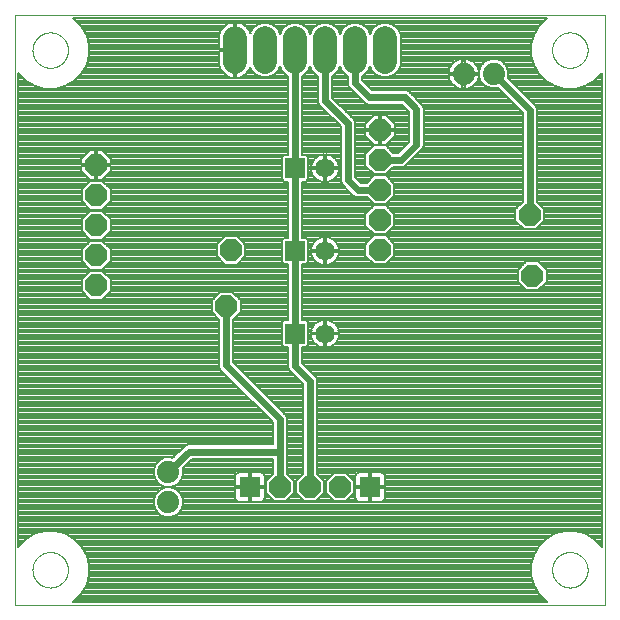
<source format=gbl>
G75*
%MOIN*%
%OFA0B0*%
%FSLAX25Y25*%
%IPPOS*%
%LPD*%
%AMOC8*
5,1,8,0,0,1.08239X$1,22.5*
%
%ADD10C,0.00000*%
%ADD11OC8,0.07200*%
%ADD12C,0.07920*%
%ADD13OC8,0.07087*%
%ADD14R,0.07087X0.07087*%
%ADD15C,0.06500*%
%ADD16R,0.06500X0.06500*%
%ADD17C,0.07400*%
%ADD18C,0.00800*%
%ADD19C,0.02400*%
D10*
X0001400Y0001400D02*
X0001400Y0198250D01*
X0198250Y0198250D01*
X0198250Y0001400D01*
X0001400Y0001400D01*
X0007305Y0013211D02*
X0007307Y0013364D01*
X0007313Y0013518D01*
X0007323Y0013671D01*
X0007337Y0013823D01*
X0007355Y0013976D01*
X0007377Y0014127D01*
X0007402Y0014278D01*
X0007432Y0014429D01*
X0007466Y0014579D01*
X0007503Y0014727D01*
X0007544Y0014875D01*
X0007589Y0015021D01*
X0007638Y0015167D01*
X0007691Y0015311D01*
X0007747Y0015453D01*
X0007807Y0015594D01*
X0007871Y0015734D01*
X0007938Y0015872D01*
X0008009Y0016008D01*
X0008084Y0016142D01*
X0008161Y0016274D01*
X0008243Y0016404D01*
X0008327Y0016532D01*
X0008415Y0016658D01*
X0008506Y0016781D01*
X0008600Y0016902D01*
X0008698Y0017020D01*
X0008798Y0017136D01*
X0008902Y0017249D01*
X0009008Y0017360D01*
X0009117Y0017468D01*
X0009229Y0017573D01*
X0009343Y0017674D01*
X0009461Y0017773D01*
X0009580Y0017869D01*
X0009702Y0017962D01*
X0009827Y0018051D01*
X0009954Y0018138D01*
X0010083Y0018220D01*
X0010214Y0018300D01*
X0010347Y0018376D01*
X0010482Y0018449D01*
X0010619Y0018518D01*
X0010758Y0018583D01*
X0010898Y0018645D01*
X0011040Y0018703D01*
X0011183Y0018758D01*
X0011328Y0018809D01*
X0011474Y0018856D01*
X0011621Y0018899D01*
X0011769Y0018938D01*
X0011918Y0018974D01*
X0012068Y0019005D01*
X0012219Y0019033D01*
X0012370Y0019057D01*
X0012523Y0019077D01*
X0012675Y0019093D01*
X0012828Y0019105D01*
X0012981Y0019113D01*
X0013134Y0019117D01*
X0013288Y0019117D01*
X0013441Y0019113D01*
X0013594Y0019105D01*
X0013747Y0019093D01*
X0013899Y0019077D01*
X0014052Y0019057D01*
X0014203Y0019033D01*
X0014354Y0019005D01*
X0014504Y0018974D01*
X0014653Y0018938D01*
X0014801Y0018899D01*
X0014948Y0018856D01*
X0015094Y0018809D01*
X0015239Y0018758D01*
X0015382Y0018703D01*
X0015524Y0018645D01*
X0015664Y0018583D01*
X0015803Y0018518D01*
X0015940Y0018449D01*
X0016075Y0018376D01*
X0016208Y0018300D01*
X0016339Y0018220D01*
X0016468Y0018138D01*
X0016595Y0018051D01*
X0016720Y0017962D01*
X0016842Y0017869D01*
X0016961Y0017773D01*
X0017079Y0017674D01*
X0017193Y0017573D01*
X0017305Y0017468D01*
X0017414Y0017360D01*
X0017520Y0017249D01*
X0017624Y0017136D01*
X0017724Y0017020D01*
X0017822Y0016902D01*
X0017916Y0016781D01*
X0018007Y0016658D01*
X0018095Y0016532D01*
X0018179Y0016404D01*
X0018261Y0016274D01*
X0018338Y0016142D01*
X0018413Y0016008D01*
X0018484Y0015872D01*
X0018551Y0015734D01*
X0018615Y0015594D01*
X0018675Y0015453D01*
X0018731Y0015311D01*
X0018784Y0015167D01*
X0018833Y0015021D01*
X0018878Y0014875D01*
X0018919Y0014727D01*
X0018956Y0014579D01*
X0018990Y0014429D01*
X0019020Y0014278D01*
X0019045Y0014127D01*
X0019067Y0013976D01*
X0019085Y0013823D01*
X0019099Y0013671D01*
X0019109Y0013518D01*
X0019115Y0013364D01*
X0019117Y0013211D01*
X0019115Y0013058D01*
X0019109Y0012904D01*
X0019099Y0012751D01*
X0019085Y0012599D01*
X0019067Y0012446D01*
X0019045Y0012295D01*
X0019020Y0012144D01*
X0018990Y0011993D01*
X0018956Y0011843D01*
X0018919Y0011695D01*
X0018878Y0011547D01*
X0018833Y0011401D01*
X0018784Y0011255D01*
X0018731Y0011111D01*
X0018675Y0010969D01*
X0018615Y0010828D01*
X0018551Y0010688D01*
X0018484Y0010550D01*
X0018413Y0010414D01*
X0018338Y0010280D01*
X0018261Y0010148D01*
X0018179Y0010018D01*
X0018095Y0009890D01*
X0018007Y0009764D01*
X0017916Y0009641D01*
X0017822Y0009520D01*
X0017724Y0009402D01*
X0017624Y0009286D01*
X0017520Y0009173D01*
X0017414Y0009062D01*
X0017305Y0008954D01*
X0017193Y0008849D01*
X0017079Y0008748D01*
X0016961Y0008649D01*
X0016842Y0008553D01*
X0016720Y0008460D01*
X0016595Y0008371D01*
X0016468Y0008284D01*
X0016339Y0008202D01*
X0016208Y0008122D01*
X0016075Y0008046D01*
X0015940Y0007973D01*
X0015803Y0007904D01*
X0015664Y0007839D01*
X0015524Y0007777D01*
X0015382Y0007719D01*
X0015239Y0007664D01*
X0015094Y0007613D01*
X0014948Y0007566D01*
X0014801Y0007523D01*
X0014653Y0007484D01*
X0014504Y0007448D01*
X0014354Y0007417D01*
X0014203Y0007389D01*
X0014052Y0007365D01*
X0013899Y0007345D01*
X0013747Y0007329D01*
X0013594Y0007317D01*
X0013441Y0007309D01*
X0013288Y0007305D01*
X0013134Y0007305D01*
X0012981Y0007309D01*
X0012828Y0007317D01*
X0012675Y0007329D01*
X0012523Y0007345D01*
X0012370Y0007365D01*
X0012219Y0007389D01*
X0012068Y0007417D01*
X0011918Y0007448D01*
X0011769Y0007484D01*
X0011621Y0007523D01*
X0011474Y0007566D01*
X0011328Y0007613D01*
X0011183Y0007664D01*
X0011040Y0007719D01*
X0010898Y0007777D01*
X0010758Y0007839D01*
X0010619Y0007904D01*
X0010482Y0007973D01*
X0010347Y0008046D01*
X0010214Y0008122D01*
X0010083Y0008202D01*
X0009954Y0008284D01*
X0009827Y0008371D01*
X0009702Y0008460D01*
X0009580Y0008553D01*
X0009461Y0008649D01*
X0009343Y0008748D01*
X0009229Y0008849D01*
X0009117Y0008954D01*
X0009008Y0009062D01*
X0008902Y0009173D01*
X0008798Y0009286D01*
X0008698Y0009402D01*
X0008600Y0009520D01*
X0008506Y0009641D01*
X0008415Y0009764D01*
X0008327Y0009890D01*
X0008243Y0010018D01*
X0008161Y0010148D01*
X0008084Y0010280D01*
X0008009Y0010414D01*
X0007938Y0010550D01*
X0007871Y0010688D01*
X0007807Y0010828D01*
X0007747Y0010969D01*
X0007691Y0011111D01*
X0007638Y0011255D01*
X0007589Y0011401D01*
X0007544Y0011547D01*
X0007503Y0011695D01*
X0007466Y0011843D01*
X0007432Y0011993D01*
X0007402Y0012144D01*
X0007377Y0012295D01*
X0007355Y0012446D01*
X0007337Y0012599D01*
X0007323Y0012751D01*
X0007313Y0012904D01*
X0007307Y0013058D01*
X0007305Y0013211D01*
X0007305Y0186439D02*
X0007307Y0186592D01*
X0007313Y0186746D01*
X0007323Y0186899D01*
X0007337Y0187051D01*
X0007355Y0187204D01*
X0007377Y0187355D01*
X0007402Y0187506D01*
X0007432Y0187657D01*
X0007466Y0187807D01*
X0007503Y0187955D01*
X0007544Y0188103D01*
X0007589Y0188249D01*
X0007638Y0188395D01*
X0007691Y0188539D01*
X0007747Y0188681D01*
X0007807Y0188822D01*
X0007871Y0188962D01*
X0007938Y0189100D01*
X0008009Y0189236D01*
X0008084Y0189370D01*
X0008161Y0189502D01*
X0008243Y0189632D01*
X0008327Y0189760D01*
X0008415Y0189886D01*
X0008506Y0190009D01*
X0008600Y0190130D01*
X0008698Y0190248D01*
X0008798Y0190364D01*
X0008902Y0190477D01*
X0009008Y0190588D01*
X0009117Y0190696D01*
X0009229Y0190801D01*
X0009343Y0190902D01*
X0009461Y0191001D01*
X0009580Y0191097D01*
X0009702Y0191190D01*
X0009827Y0191279D01*
X0009954Y0191366D01*
X0010083Y0191448D01*
X0010214Y0191528D01*
X0010347Y0191604D01*
X0010482Y0191677D01*
X0010619Y0191746D01*
X0010758Y0191811D01*
X0010898Y0191873D01*
X0011040Y0191931D01*
X0011183Y0191986D01*
X0011328Y0192037D01*
X0011474Y0192084D01*
X0011621Y0192127D01*
X0011769Y0192166D01*
X0011918Y0192202D01*
X0012068Y0192233D01*
X0012219Y0192261D01*
X0012370Y0192285D01*
X0012523Y0192305D01*
X0012675Y0192321D01*
X0012828Y0192333D01*
X0012981Y0192341D01*
X0013134Y0192345D01*
X0013288Y0192345D01*
X0013441Y0192341D01*
X0013594Y0192333D01*
X0013747Y0192321D01*
X0013899Y0192305D01*
X0014052Y0192285D01*
X0014203Y0192261D01*
X0014354Y0192233D01*
X0014504Y0192202D01*
X0014653Y0192166D01*
X0014801Y0192127D01*
X0014948Y0192084D01*
X0015094Y0192037D01*
X0015239Y0191986D01*
X0015382Y0191931D01*
X0015524Y0191873D01*
X0015664Y0191811D01*
X0015803Y0191746D01*
X0015940Y0191677D01*
X0016075Y0191604D01*
X0016208Y0191528D01*
X0016339Y0191448D01*
X0016468Y0191366D01*
X0016595Y0191279D01*
X0016720Y0191190D01*
X0016842Y0191097D01*
X0016961Y0191001D01*
X0017079Y0190902D01*
X0017193Y0190801D01*
X0017305Y0190696D01*
X0017414Y0190588D01*
X0017520Y0190477D01*
X0017624Y0190364D01*
X0017724Y0190248D01*
X0017822Y0190130D01*
X0017916Y0190009D01*
X0018007Y0189886D01*
X0018095Y0189760D01*
X0018179Y0189632D01*
X0018261Y0189502D01*
X0018338Y0189370D01*
X0018413Y0189236D01*
X0018484Y0189100D01*
X0018551Y0188962D01*
X0018615Y0188822D01*
X0018675Y0188681D01*
X0018731Y0188539D01*
X0018784Y0188395D01*
X0018833Y0188249D01*
X0018878Y0188103D01*
X0018919Y0187955D01*
X0018956Y0187807D01*
X0018990Y0187657D01*
X0019020Y0187506D01*
X0019045Y0187355D01*
X0019067Y0187204D01*
X0019085Y0187051D01*
X0019099Y0186899D01*
X0019109Y0186746D01*
X0019115Y0186592D01*
X0019117Y0186439D01*
X0019115Y0186286D01*
X0019109Y0186132D01*
X0019099Y0185979D01*
X0019085Y0185827D01*
X0019067Y0185674D01*
X0019045Y0185523D01*
X0019020Y0185372D01*
X0018990Y0185221D01*
X0018956Y0185071D01*
X0018919Y0184923D01*
X0018878Y0184775D01*
X0018833Y0184629D01*
X0018784Y0184483D01*
X0018731Y0184339D01*
X0018675Y0184197D01*
X0018615Y0184056D01*
X0018551Y0183916D01*
X0018484Y0183778D01*
X0018413Y0183642D01*
X0018338Y0183508D01*
X0018261Y0183376D01*
X0018179Y0183246D01*
X0018095Y0183118D01*
X0018007Y0182992D01*
X0017916Y0182869D01*
X0017822Y0182748D01*
X0017724Y0182630D01*
X0017624Y0182514D01*
X0017520Y0182401D01*
X0017414Y0182290D01*
X0017305Y0182182D01*
X0017193Y0182077D01*
X0017079Y0181976D01*
X0016961Y0181877D01*
X0016842Y0181781D01*
X0016720Y0181688D01*
X0016595Y0181599D01*
X0016468Y0181512D01*
X0016339Y0181430D01*
X0016208Y0181350D01*
X0016075Y0181274D01*
X0015940Y0181201D01*
X0015803Y0181132D01*
X0015664Y0181067D01*
X0015524Y0181005D01*
X0015382Y0180947D01*
X0015239Y0180892D01*
X0015094Y0180841D01*
X0014948Y0180794D01*
X0014801Y0180751D01*
X0014653Y0180712D01*
X0014504Y0180676D01*
X0014354Y0180645D01*
X0014203Y0180617D01*
X0014052Y0180593D01*
X0013899Y0180573D01*
X0013747Y0180557D01*
X0013594Y0180545D01*
X0013441Y0180537D01*
X0013288Y0180533D01*
X0013134Y0180533D01*
X0012981Y0180537D01*
X0012828Y0180545D01*
X0012675Y0180557D01*
X0012523Y0180573D01*
X0012370Y0180593D01*
X0012219Y0180617D01*
X0012068Y0180645D01*
X0011918Y0180676D01*
X0011769Y0180712D01*
X0011621Y0180751D01*
X0011474Y0180794D01*
X0011328Y0180841D01*
X0011183Y0180892D01*
X0011040Y0180947D01*
X0010898Y0181005D01*
X0010758Y0181067D01*
X0010619Y0181132D01*
X0010482Y0181201D01*
X0010347Y0181274D01*
X0010214Y0181350D01*
X0010083Y0181430D01*
X0009954Y0181512D01*
X0009827Y0181599D01*
X0009702Y0181688D01*
X0009580Y0181781D01*
X0009461Y0181877D01*
X0009343Y0181976D01*
X0009229Y0182077D01*
X0009117Y0182182D01*
X0009008Y0182290D01*
X0008902Y0182401D01*
X0008798Y0182514D01*
X0008698Y0182630D01*
X0008600Y0182748D01*
X0008506Y0182869D01*
X0008415Y0182992D01*
X0008327Y0183118D01*
X0008243Y0183246D01*
X0008161Y0183376D01*
X0008084Y0183508D01*
X0008009Y0183642D01*
X0007938Y0183778D01*
X0007871Y0183916D01*
X0007807Y0184056D01*
X0007747Y0184197D01*
X0007691Y0184339D01*
X0007638Y0184483D01*
X0007589Y0184629D01*
X0007544Y0184775D01*
X0007503Y0184923D01*
X0007466Y0185071D01*
X0007432Y0185221D01*
X0007402Y0185372D01*
X0007377Y0185523D01*
X0007355Y0185674D01*
X0007337Y0185827D01*
X0007323Y0185979D01*
X0007313Y0186132D01*
X0007307Y0186286D01*
X0007305Y0186439D01*
X0180533Y0186439D02*
X0180535Y0186592D01*
X0180541Y0186746D01*
X0180551Y0186899D01*
X0180565Y0187051D01*
X0180583Y0187204D01*
X0180605Y0187355D01*
X0180630Y0187506D01*
X0180660Y0187657D01*
X0180694Y0187807D01*
X0180731Y0187955D01*
X0180772Y0188103D01*
X0180817Y0188249D01*
X0180866Y0188395D01*
X0180919Y0188539D01*
X0180975Y0188681D01*
X0181035Y0188822D01*
X0181099Y0188962D01*
X0181166Y0189100D01*
X0181237Y0189236D01*
X0181312Y0189370D01*
X0181389Y0189502D01*
X0181471Y0189632D01*
X0181555Y0189760D01*
X0181643Y0189886D01*
X0181734Y0190009D01*
X0181828Y0190130D01*
X0181926Y0190248D01*
X0182026Y0190364D01*
X0182130Y0190477D01*
X0182236Y0190588D01*
X0182345Y0190696D01*
X0182457Y0190801D01*
X0182571Y0190902D01*
X0182689Y0191001D01*
X0182808Y0191097D01*
X0182930Y0191190D01*
X0183055Y0191279D01*
X0183182Y0191366D01*
X0183311Y0191448D01*
X0183442Y0191528D01*
X0183575Y0191604D01*
X0183710Y0191677D01*
X0183847Y0191746D01*
X0183986Y0191811D01*
X0184126Y0191873D01*
X0184268Y0191931D01*
X0184411Y0191986D01*
X0184556Y0192037D01*
X0184702Y0192084D01*
X0184849Y0192127D01*
X0184997Y0192166D01*
X0185146Y0192202D01*
X0185296Y0192233D01*
X0185447Y0192261D01*
X0185598Y0192285D01*
X0185751Y0192305D01*
X0185903Y0192321D01*
X0186056Y0192333D01*
X0186209Y0192341D01*
X0186362Y0192345D01*
X0186516Y0192345D01*
X0186669Y0192341D01*
X0186822Y0192333D01*
X0186975Y0192321D01*
X0187127Y0192305D01*
X0187280Y0192285D01*
X0187431Y0192261D01*
X0187582Y0192233D01*
X0187732Y0192202D01*
X0187881Y0192166D01*
X0188029Y0192127D01*
X0188176Y0192084D01*
X0188322Y0192037D01*
X0188467Y0191986D01*
X0188610Y0191931D01*
X0188752Y0191873D01*
X0188892Y0191811D01*
X0189031Y0191746D01*
X0189168Y0191677D01*
X0189303Y0191604D01*
X0189436Y0191528D01*
X0189567Y0191448D01*
X0189696Y0191366D01*
X0189823Y0191279D01*
X0189948Y0191190D01*
X0190070Y0191097D01*
X0190189Y0191001D01*
X0190307Y0190902D01*
X0190421Y0190801D01*
X0190533Y0190696D01*
X0190642Y0190588D01*
X0190748Y0190477D01*
X0190852Y0190364D01*
X0190952Y0190248D01*
X0191050Y0190130D01*
X0191144Y0190009D01*
X0191235Y0189886D01*
X0191323Y0189760D01*
X0191407Y0189632D01*
X0191489Y0189502D01*
X0191566Y0189370D01*
X0191641Y0189236D01*
X0191712Y0189100D01*
X0191779Y0188962D01*
X0191843Y0188822D01*
X0191903Y0188681D01*
X0191959Y0188539D01*
X0192012Y0188395D01*
X0192061Y0188249D01*
X0192106Y0188103D01*
X0192147Y0187955D01*
X0192184Y0187807D01*
X0192218Y0187657D01*
X0192248Y0187506D01*
X0192273Y0187355D01*
X0192295Y0187204D01*
X0192313Y0187051D01*
X0192327Y0186899D01*
X0192337Y0186746D01*
X0192343Y0186592D01*
X0192345Y0186439D01*
X0192343Y0186286D01*
X0192337Y0186132D01*
X0192327Y0185979D01*
X0192313Y0185827D01*
X0192295Y0185674D01*
X0192273Y0185523D01*
X0192248Y0185372D01*
X0192218Y0185221D01*
X0192184Y0185071D01*
X0192147Y0184923D01*
X0192106Y0184775D01*
X0192061Y0184629D01*
X0192012Y0184483D01*
X0191959Y0184339D01*
X0191903Y0184197D01*
X0191843Y0184056D01*
X0191779Y0183916D01*
X0191712Y0183778D01*
X0191641Y0183642D01*
X0191566Y0183508D01*
X0191489Y0183376D01*
X0191407Y0183246D01*
X0191323Y0183118D01*
X0191235Y0182992D01*
X0191144Y0182869D01*
X0191050Y0182748D01*
X0190952Y0182630D01*
X0190852Y0182514D01*
X0190748Y0182401D01*
X0190642Y0182290D01*
X0190533Y0182182D01*
X0190421Y0182077D01*
X0190307Y0181976D01*
X0190189Y0181877D01*
X0190070Y0181781D01*
X0189948Y0181688D01*
X0189823Y0181599D01*
X0189696Y0181512D01*
X0189567Y0181430D01*
X0189436Y0181350D01*
X0189303Y0181274D01*
X0189168Y0181201D01*
X0189031Y0181132D01*
X0188892Y0181067D01*
X0188752Y0181005D01*
X0188610Y0180947D01*
X0188467Y0180892D01*
X0188322Y0180841D01*
X0188176Y0180794D01*
X0188029Y0180751D01*
X0187881Y0180712D01*
X0187732Y0180676D01*
X0187582Y0180645D01*
X0187431Y0180617D01*
X0187280Y0180593D01*
X0187127Y0180573D01*
X0186975Y0180557D01*
X0186822Y0180545D01*
X0186669Y0180537D01*
X0186516Y0180533D01*
X0186362Y0180533D01*
X0186209Y0180537D01*
X0186056Y0180545D01*
X0185903Y0180557D01*
X0185751Y0180573D01*
X0185598Y0180593D01*
X0185447Y0180617D01*
X0185296Y0180645D01*
X0185146Y0180676D01*
X0184997Y0180712D01*
X0184849Y0180751D01*
X0184702Y0180794D01*
X0184556Y0180841D01*
X0184411Y0180892D01*
X0184268Y0180947D01*
X0184126Y0181005D01*
X0183986Y0181067D01*
X0183847Y0181132D01*
X0183710Y0181201D01*
X0183575Y0181274D01*
X0183442Y0181350D01*
X0183311Y0181430D01*
X0183182Y0181512D01*
X0183055Y0181599D01*
X0182930Y0181688D01*
X0182808Y0181781D01*
X0182689Y0181877D01*
X0182571Y0181976D01*
X0182457Y0182077D01*
X0182345Y0182182D01*
X0182236Y0182290D01*
X0182130Y0182401D01*
X0182026Y0182514D01*
X0181926Y0182630D01*
X0181828Y0182748D01*
X0181734Y0182869D01*
X0181643Y0182992D01*
X0181555Y0183118D01*
X0181471Y0183246D01*
X0181389Y0183376D01*
X0181312Y0183508D01*
X0181237Y0183642D01*
X0181166Y0183778D01*
X0181099Y0183916D01*
X0181035Y0184056D01*
X0180975Y0184197D01*
X0180919Y0184339D01*
X0180866Y0184483D01*
X0180817Y0184629D01*
X0180772Y0184775D01*
X0180731Y0184923D01*
X0180694Y0185071D01*
X0180660Y0185221D01*
X0180630Y0185372D01*
X0180605Y0185523D01*
X0180583Y0185674D01*
X0180565Y0185827D01*
X0180551Y0185979D01*
X0180541Y0186132D01*
X0180535Y0186286D01*
X0180533Y0186439D01*
X0180533Y0013211D02*
X0180535Y0013364D01*
X0180541Y0013518D01*
X0180551Y0013671D01*
X0180565Y0013823D01*
X0180583Y0013976D01*
X0180605Y0014127D01*
X0180630Y0014278D01*
X0180660Y0014429D01*
X0180694Y0014579D01*
X0180731Y0014727D01*
X0180772Y0014875D01*
X0180817Y0015021D01*
X0180866Y0015167D01*
X0180919Y0015311D01*
X0180975Y0015453D01*
X0181035Y0015594D01*
X0181099Y0015734D01*
X0181166Y0015872D01*
X0181237Y0016008D01*
X0181312Y0016142D01*
X0181389Y0016274D01*
X0181471Y0016404D01*
X0181555Y0016532D01*
X0181643Y0016658D01*
X0181734Y0016781D01*
X0181828Y0016902D01*
X0181926Y0017020D01*
X0182026Y0017136D01*
X0182130Y0017249D01*
X0182236Y0017360D01*
X0182345Y0017468D01*
X0182457Y0017573D01*
X0182571Y0017674D01*
X0182689Y0017773D01*
X0182808Y0017869D01*
X0182930Y0017962D01*
X0183055Y0018051D01*
X0183182Y0018138D01*
X0183311Y0018220D01*
X0183442Y0018300D01*
X0183575Y0018376D01*
X0183710Y0018449D01*
X0183847Y0018518D01*
X0183986Y0018583D01*
X0184126Y0018645D01*
X0184268Y0018703D01*
X0184411Y0018758D01*
X0184556Y0018809D01*
X0184702Y0018856D01*
X0184849Y0018899D01*
X0184997Y0018938D01*
X0185146Y0018974D01*
X0185296Y0019005D01*
X0185447Y0019033D01*
X0185598Y0019057D01*
X0185751Y0019077D01*
X0185903Y0019093D01*
X0186056Y0019105D01*
X0186209Y0019113D01*
X0186362Y0019117D01*
X0186516Y0019117D01*
X0186669Y0019113D01*
X0186822Y0019105D01*
X0186975Y0019093D01*
X0187127Y0019077D01*
X0187280Y0019057D01*
X0187431Y0019033D01*
X0187582Y0019005D01*
X0187732Y0018974D01*
X0187881Y0018938D01*
X0188029Y0018899D01*
X0188176Y0018856D01*
X0188322Y0018809D01*
X0188467Y0018758D01*
X0188610Y0018703D01*
X0188752Y0018645D01*
X0188892Y0018583D01*
X0189031Y0018518D01*
X0189168Y0018449D01*
X0189303Y0018376D01*
X0189436Y0018300D01*
X0189567Y0018220D01*
X0189696Y0018138D01*
X0189823Y0018051D01*
X0189948Y0017962D01*
X0190070Y0017869D01*
X0190189Y0017773D01*
X0190307Y0017674D01*
X0190421Y0017573D01*
X0190533Y0017468D01*
X0190642Y0017360D01*
X0190748Y0017249D01*
X0190852Y0017136D01*
X0190952Y0017020D01*
X0191050Y0016902D01*
X0191144Y0016781D01*
X0191235Y0016658D01*
X0191323Y0016532D01*
X0191407Y0016404D01*
X0191489Y0016274D01*
X0191566Y0016142D01*
X0191641Y0016008D01*
X0191712Y0015872D01*
X0191779Y0015734D01*
X0191843Y0015594D01*
X0191903Y0015453D01*
X0191959Y0015311D01*
X0192012Y0015167D01*
X0192061Y0015021D01*
X0192106Y0014875D01*
X0192147Y0014727D01*
X0192184Y0014579D01*
X0192218Y0014429D01*
X0192248Y0014278D01*
X0192273Y0014127D01*
X0192295Y0013976D01*
X0192313Y0013823D01*
X0192327Y0013671D01*
X0192337Y0013518D01*
X0192343Y0013364D01*
X0192345Y0013211D01*
X0192343Y0013058D01*
X0192337Y0012904D01*
X0192327Y0012751D01*
X0192313Y0012599D01*
X0192295Y0012446D01*
X0192273Y0012295D01*
X0192248Y0012144D01*
X0192218Y0011993D01*
X0192184Y0011843D01*
X0192147Y0011695D01*
X0192106Y0011547D01*
X0192061Y0011401D01*
X0192012Y0011255D01*
X0191959Y0011111D01*
X0191903Y0010969D01*
X0191843Y0010828D01*
X0191779Y0010688D01*
X0191712Y0010550D01*
X0191641Y0010414D01*
X0191566Y0010280D01*
X0191489Y0010148D01*
X0191407Y0010018D01*
X0191323Y0009890D01*
X0191235Y0009764D01*
X0191144Y0009641D01*
X0191050Y0009520D01*
X0190952Y0009402D01*
X0190852Y0009286D01*
X0190748Y0009173D01*
X0190642Y0009062D01*
X0190533Y0008954D01*
X0190421Y0008849D01*
X0190307Y0008748D01*
X0190189Y0008649D01*
X0190070Y0008553D01*
X0189948Y0008460D01*
X0189823Y0008371D01*
X0189696Y0008284D01*
X0189567Y0008202D01*
X0189436Y0008122D01*
X0189303Y0008046D01*
X0189168Y0007973D01*
X0189031Y0007904D01*
X0188892Y0007839D01*
X0188752Y0007777D01*
X0188610Y0007719D01*
X0188467Y0007664D01*
X0188322Y0007613D01*
X0188176Y0007566D01*
X0188029Y0007523D01*
X0187881Y0007484D01*
X0187732Y0007448D01*
X0187582Y0007417D01*
X0187431Y0007389D01*
X0187280Y0007365D01*
X0187127Y0007345D01*
X0186975Y0007329D01*
X0186822Y0007317D01*
X0186669Y0007309D01*
X0186516Y0007305D01*
X0186362Y0007305D01*
X0186209Y0007309D01*
X0186056Y0007317D01*
X0185903Y0007329D01*
X0185751Y0007345D01*
X0185598Y0007365D01*
X0185447Y0007389D01*
X0185296Y0007417D01*
X0185146Y0007448D01*
X0184997Y0007484D01*
X0184849Y0007523D01*
X0184702Y0007566D01*
X0184556Y0007613D01*
X0184411Y0007664D01*
X0184268Y0007719D01*
X0184126Y0007777D01*
X0183986Y0007839D01*
X0183847Y0007904D01*
X0183710Y0007973D01*
X0183575Y0008046D01*
X0183442Y0008122D01*
X0183311Y0008202D01*
X0183182Y0008284D01*
X0183055Y0008371D01*
X0182930Y0008460D01*
X0182808Y0008553D01*
X0182689Y0008649D01*
X0182571Y0008748D01*
X0182457Y0008849D01*
X0182345Y0008954D01*
X0182236Y0009062D01*
X0182130Y0009173D01*
X0182026Y0009286D01*
X0181926Y0009402D01*
X0181828Y0009520D01*
X0181734Y0009641D01*
X0181643Y0009764D01*
X0181555Y0009890D01*
X0181471Y0010018D01*
X0181389Y0010148D01*
X0181312Y0010280D01*
X0181237Y0010414D01*
X0181166Y0010550D01*
X0181099Y0010688D01*
X0181035Y0010828D01*
X0180975Y0010969D01*
X0180919Y0011111D01*
X0180866Y0011255D01*
X0180817Y0011401D01*
X0180772Y0011547D01*
X0180731Y0011695D01*
X0180694Y0011843D01*
X0180660Y0011993D01*
X0180630Y0012144D01*
X0180605Y0012295D01*
X0180583Y0012446D01*
X0180565Y0012599D01*
X0180551Y0012751D01*
X0180541Y0012904D01*
X0180535Y0013058D01*
X0180533Y0013211D01*
D11*
X0173959Y0111243D03*
X0173054Y0131518D03*
X0123054Y0129904D03*
X0123054Y0139904D03*
X0123054Y0149904D03*
X0123054Y0159904D03*
X0123054Y0119904D03*
X0073447Y0119707D03*
X0071872Y0101006D03*
X0028565Y0108093D03*
X0028565Y0118093D03*
X0028565Y0128093D03*
X0028565Y0138093D03*
X0028565Y0148093D03*
D12*
X0074825Y0182479D02*
X0074825Y0190399D01*
X0084825Y0190399D02*
X0084825Y0182479D01*
X0094825Y0182479D02*
X0094825Y0190399D01*
X0104825Y0190399D02*
X0104825Y0182479D01*
X0114825Y0182479D02*
X0114825Y0190399D01*
X0124825Y0190399D02*
X0124825Y0182479D01*
D13*
X0109825Y0040770D03*
X0099825Y0040770D03*
X0089825Y0040770D03*
D14*
X0079794Y0040770D03*
X0119825Y0040770D03*
D15*
X0104825Y0091951D03*
X0104825Y0119510D03*
X0104825Y0147069D03*
D16*
X0094825Y0147069D03*
X0094825Y0119510D03*
X0094825Y0091951D03*
D17*
X0052581Y0045770D03*
X0052581Y0035770D03*
X0151006Y0178565D03*
X0161006Y0178565D03*
D18*
X0156106Y0178670D02*
X0151406Y0178670D01*
X0151406Y0178965D02*
X0156106Y0178965D01*
X0156106Y0178967D01*
X0155981Y0179760D01*
X0155733Y0180523D01*
X0155368Y0181238D01*
X0154896Y0181888D01*
X0154329Y0182455D01*
X0153679Y0182927D01*
X0152964Y0183292D01*
X0152201Y0183540D01*
X0151408Y0183665D01*
X0151406Y0183665D01*
X0151406Y0178965D01*
X0151406Y0178165D01*
X0151406Y0173465D01*
X0151408Y0173465D01*
X0152201Y0173591D01*
X0152964Y0173839D01*
X0153679Y0174203D01*
X0154329Y0174675D01*
X0154896Y0175243D01*
X0155368Y0175892D01*
X0155733Y0176608D01*
X0155981Y0177371D01*
X0156106Y0178164D01*
X0156106Y0178165D01*
X0151406Y0178165D01*
X0150606Y0178165D01*
X0150606Y0173465D01*
X0150605Y0173465D01*
X0149812Y0173591D01*
X0149049Y0173839D01*
X0148333Y0174203D01*
X0147684Y0174675D01*
X0147116Y0175243D01*
X0146644Y0175892D01*
X0146280Y0176608D01*
X0146032Y0177371D01*
X0145906Y0178164D01*
X0145906Y0178165D01*
X0150606Y0178165D01*
X0150606Y0178965D01*
X0145906Y0178965D01*
X0145906Y0178967D01*
X0146032Y0179760D01*
X0146280Y0180523D01*
X0146644Y0181238D01*
X0147116Y0181888D01*
X0147684Y0182455D01*
X0148333Y0182927D01*
X0149049Y0183292D01*
X0149812Y0183540D01*
X0150605Y0183665D01*
X0150606Y0183665D01*
X0150606Y0178965D01*
X0151406Y0178965D01*
X0151406Y0179468D02*
X0150606Y0179468D01*
X0150606Y0178670D02*
X0128313Y0178670D01*
X0127748Y0178105D02*
X0129200Y0179556D01*
X0129985Y0181453D01*
X0129985Y0191426D01*
X0129200Y0193322D01*
X0127748Y0194774D01*
X0125852Y0195559D01*
X0123799Y0195559D01*
X0121902Y0194774D01*
X0120451Y0193322D01*
X0119825Y0191812D01*
X0119200Y0193322D01*
X0117748Y0194774D01*
X0115852Y0195559D01*
X0113799Y0195559D01*
X0111902Y0194774D01*
X0110451Y0193322D01*
X0109825Y0191812D01*
X0109200Y0193322D01*
X0107748Y0194774D01*
X0105852Y0195559D01*
X0103799Y0195559D01*
X0101902Y0194774D01*
X0100451Y0193322D01*
X0099825Y0191812D01*
X0099200Y0193322D01*
X0097748Y0194774D01*
X0095852Y0195559D01*
X0093799Y0195559D01*
X0091902Y0194774D01*
X0090451Y0193322D01*
X0089825Y0191812D01*
X0089200Y0193322D01*
X0087748Y0194774D01*
X0085852Y0195559D01*
X0083799Y0195559D01*
X0081902Y0194774D01*
X0080451Y0193322D01*
X0079924Y0192051D01*
X0079792Y0192457D01*
X0079409Y0193209D01*
X0078914Y0193891D01*
X0078317Y0194488D01*
X0077634Y0194984D01*
X0076883Y0195367D01*
X0076080Y0195627D01*
X0075247Y0195759D01*
X0075225Y0195759D01*
X0075225Y0186839D01*
X0074425Y0186839D01*
X0074425Y0186039D01*
X0075225Y0186039D01*
X0075225Y0177119D01*
X0075247Y0177119D01*
X0076080Y0177251D01*
X0076883Y0177512D01*
X0077634Y0177895D01*
X0078317Y0178391D01*
X0078914Y0178988D01*
X0079409Y0179670D01*
X0079792Y0180422D01*
X0079924Y0180827D01*
X0080451Y0179556D01*
X0081902Y0178105D01*
X0083799Y0177319D01*
X0085852Y0177319D01*
X0087748Y0178105D01*
X0089200Y0179556D01*
X0089825Y0181067D01*
X0090451Y0179556D01*
X0091902Y0178105D01*
X0092425Y0177888D01*
X0092425Y0151519D01*
X0091078Y0151519D01*
X0090375Y0150816D01*
X0090375Y0143322D01*
X0091078Y0142619D01*
X0092425Y0142619D01*
X0092425Y0123960D01*
X0091078Y0123960D01*
X0090375Y0123257D01*
X0090375Y0115763D01*
X0091078Y0115060D01*
X0092425Y0115060D01*
X0092425Y0096401D01*
X0091078Y0096401D01*
X0090375Y0095698D01*
X0090375Y0088204D01*
X0091078Y0087501D01*
X0092425Y0087501D01*
X0092425Y0080726D01*
X0092791Y0079844D01*
X0093466Y0079169D01*
X0097425Y0075209D01*
X0097425Y0045078D01*
X0095082Y0042735D01*
X0095082Y0038805D01*
X0097860Y0036027D01*
X0101790Y0036027D01*
X0104568Y0038805D01*
X0104568Y0042735D01*
X0102225Y0045078D01*
X0102225Y0076681D01*
X0101860Y0077563D01*
X0101185Y0078238D01*
X0097225Y0082197D01*
X0097225Y0087501D01*
X0098572Y0087501D01*
X0099275Y0088204D01*
X0099275Y0095698D01*
X0098572Y0096401D01*
X0097225Y0096401D01*
X0097225Y0115060D01*
X0098572Y0115060D01*
X0099275Y0115763D01*
X0099275Y0123257D01*
X0098572Y0123960D01*
X0097225Y0123960D01*
X0097225Y0142619D01*
X0098572Y0142619D01*
X0099275Y0143322D01*
X0099275Y0150816D01*
X0098572Y0151519D01*
X0097225Y0151519D01*
X0097225Y0177888D01*
X0097748Y0178105D01*
X0099200Y0179556D01*
X0099825Y0181067D01*
X0100451Y0179556D01*
X0101902Y0178105D01*
X0102425Y0177888D01*
X0102425Y0169151D01*
X0102791Y0168269D01*
X0110024Y0161036D01*
X0110024Y0142655D01*
X0110389Y0141773D01*
X0113617Y0138544D01*
X0114292Y0137869D01*
X0115175Y0137504D01*
X0118665Y0137504D01*
X0121065Y0135104D01*
X0125042Y0135104D01*
X0127854Y0137916D01*
X0127854Y0141892D01*
X0125042Y0144704D01*
X0121065Y0144704D01*
X0118665Y0142304D01*
X0116646Y0142304D01*
X0114824Y0144126D01*
X0114824Y0162507D01*
X0114458Y0163389D01*
X0113783Y0164065D01*
X0107225Y0170622D01*
X0107225Y0177888D01*
X0107748Y0178105D01*
X0109200Y0179556D01*
X0109825Y0181067D01*
X0110451Y0179556D01*
X0111902Y0178105D01*
X0112425Y0177888D01*
X0112425Y0174899D01*
X0112791Y0174017D01*
X0117476Y0169332D01*
X0118151Y0168657D01*
X0119033Y0168291D01*
X0130327Y0168291D01*
X0132858Y0165760D01*
X0132858Y0155937D01*
X0129225Y0152304D01*
X0127442Y0152304D01*
X0125042Y0154704D01*
X0121065Y0154704D01*
X0118254Y0151892D01*
X0118254Y0147916D01*
X0121065Y0145104D01*
X0125042Y0145104D01*
X0127442Y0147504D01*
X0130696Y0147504D01*
X0131578Y0147869D01*
X0132254Y0148544D01*
X0137293Y0153584D01*
X0137658Y0154466D01*
X0137658Y0167232D01*
X0137293Y0168114D01*
X0136618Y0168789D01*
X0132681Y0172726D01*
X0131799Y0173091D01*
X0120504Y0173091D01*
X0117225Y0176370D01*
X0117225Y0177888D01*
X0117748Y0178105D01*
X0119200Y0179556D01*
X0119825Y0181067D01*
X0120451Y0179556D01*
X0121902Y0178105D01*
X0123799Y0177319D01*
X0125852Y0177319D01*
X0127748Y0178105D01*
X0127183Y0177871D02*
X0145953Y0177871D01*
X0146129Y0177072D02*
X0117225Y0177072D01*
X0117225Y0177871D02*
X0122467Y0177871D01*
X0121338Y0178670D02*
X0118313Y0178670D01*
X0119111Y0179468D02*
X0120539Y0179468D01*
X0120157Y0180267D02*
X0119494Y0180267D01*
X0119825Y0181065D02*
X0119826Y0181065D01*
X0117322Y0176274D02*
X0146450Y0176274D01*
X0146947Y0175475D02*
X0118120Y0175475D01*
X0118919Y0174677D02*
X0147682Y0174677D01*
X0148971Y0173878D02*
X0119717Y0173878D01*
X0116123Y0170684D02*
X0107225Y0170684D01*
X0107225Y0171483D02*
X0115325Y0171483D01*
X0114526Y0172281D02*
X0107225Y0172281D01*
X0107225Y0173080D02*
X0113728Y0173080D01*
X0112929Y0173878D02*
X0107225Y0173878D01*
X0107225Y0174677D02*
X0112517Y0174677D01*
X0112425Y0175475D02*
X0107225Y0175475D01*
X0107225Y0176274D02*
X0112425Y0176274D01*
X0112425Y0177072D02*
X0107225Y0177072D01*
X0107225Y0177871D02*
X0112425Y0177871D01*
X0111338Y0178670D02*
X0108313Y0178670D01*
X0109111Y0179468D02*
X0110539Y0179468D01*
X0110157Y0180267D02*
X0109494Y0180267D01*
X0109825Y0181065D02*
X0109826Y0181065D01*
X0102425Y0177871D02*
X0097225Y0177871D01*
X0097225Y0177072D02*
X0102425Y0177072D01*
X0102425Y0176274D02*
X0097225Y0176274D01*
X0097225Y0175475D02*
X0102425Y0175475D01*
X0102425Y0174677D02*
X0097225Y0174677D01*
X0097225Y0173878D02*
X0102425Y0173878D01*
X0102425Y0173080D02*
X0097225Y0173080D01*
X0097225Y0172281D02*
X0102425Y0172281D01*
X0102425Y0171483D02*
X0097225Y0171483D01*
X0097225Y0170684D02*
X0102425Y0170684D01*
X0102425Y0169886D02*
X0097225Y0169886D01*
X0097225Y0169087D02*
X0102452Y0169087D01*
X0102782Y0168289D02*
X0097225Y0168289D01*
X0097225Y0167490D02*
X0103569Y0167490D01*
X0104368Y0166692D02*
X0097225Y0166692D01*
X0097225Y0165893D02*
X0105166Y0165893D01*
X0105965Y0165095D02*
X0097225Y0165095D01*
X0097225Y0164296D02*
X0106763Y0164296D01*
X0107562Y0163498D02*
X0097225Y0163498D01*
X0097225Y0162699D02*
X0108360Y0162699D01*
X0109159Y0161901D02*
X0097225Y0161901D01*
X0097225Y0161102D02*
X0109957Y0161102D01*
X0110024Y0160304D02*
X0097225Y0160304D01*
X0097225Y0159505D02*
X0110024Y0159505D01*
X0110024Y0158707D02*
X0097225Y0158707D01*
X0097225Y0157908D02*
X0110024Y0157908D01*
X0110024Y0157110D02*
X0097225Y0157110D01*
X0097225Y0156311D02*
X0110024Y0156311D01*
X0110024Y0155513D02*
X0097225Y0155513D01*
X0097225Y0154714D02*
X0110024Y0154714D01*
X0110024Y0153916D02*
X0097225Y0153916D01*
X0097225Y0153117D02*
X0110024Y0153117D01*
X0110024Y0152319D02*
X0097225Y0152319D01*
X0097225Y0151520D02*
X0103476Y0151520D01*
X0103736Y0151605D02*
X0103040Y0151379D01*
X0102388Y0151046D01*
X0101796Y0150616D01*
X0101278Y0150099D01*
X0100848Y0149506D01*
X0100516Y0148854D01*
X0100290Y0148158D01*
X0100175Y0147435D01*
X0100175Y0147358D01*
X0104536Y0147358D01*
X0104536Y0146780D01*
X0105114Y0146780D01*
X0105114Y0142419D01*
X0105191Y0142419D01*
X0105914Y0142534D01*
X0106610Y0142760D01*
X0107262Y0143092D01*
X0107854Y0143522D01*
X0108372Y0144040D01*
X0108802Y0144632D01*
X0109135Y0145284D01*
X0109361Y0145980D01*
X0109475Y0146703D01*
X0109475Y0146780D01*
X0105114Y0146780D01*
X0105114Y0147358D01*
X0109475Y0147358D01*
X0109475Y0147435D01*
X0109361Y0148158D01*
X0109135Y0148854D01*
X0108802Y0149506D01*
X0108372Y0150099D01*
X0107854Y0150616D01*
X0107262Y0151046D01*
X0106610Y0151379D01*
X0105914Y0151605D01*
X0105191Y0151719D01*
X0105114Y0151719D01*
X0105114Y0147358D01*
X0104536Y0147358D01*
X0104536Y0151719D01*
X0104459Y0151719D01*
X0103736Y0151605D01*
X0104536Y0151520D02*
X0105114Y0151520D01*
X0105114Y0150722D02*
X0104536Y0150722D01*
X0104536Y0149923D02*
X0105114Y0149923D01*
X0105114Y0149125D02*
X0104536Y0149125D01*
X0104536Y0148326D02*
X0105114Y0148326D01*
X0105114Y0147528D02*
X0104536Y0147528D01*
X0104536Y0146780D02*
X0100175Y0146780D01*
X0100175Y0146703D01*
X0100290Y0145980D01*
X0100516Y0145284D01*
X0100848Y0144632D01*
X0101278Y0144040D01*
X0101796Y0143522D01*
X0102388Y0143092D01*
X0103040Y0142760D01*
X0103736Y0142534D01*
X0104459Y0142419D01*
X0104536Y0142419D01*
X0104536Y0146780D01*
X0104536Y0146729D02*
X0105114Y0146729D01*
X0105114Y0145931D02*
X0104536Y0145931D01*
X0104536Y0145132D02*
X0105114Y0145132D01*
X0105114Y0144334D02*
X0104536Y0144334D01*
X0104536Y0143535D02*
X0105114Y0143535D01*
X0105114Y0142737D02*
X0104536Y0142737D01*
X0103112Y0142737D02*
X0098689Y0142737D01*
X0099275Y0143535D02*
X0101783Y0143535D01*
X0101065Y0144334D02*
X0099275Y0144334D01*
X0099275Y0145132D02*
X0100593Y0145132D01*
X0100306Y0145931D02*
X0099275Y0145931D01*
X0099275Y0146729D02*
X0100175Y0146729D01*
X0100190Y0147528D02*
X0099275Y0147528D01*
X0099275Y0148326D02*
X0100344Y0148326D01*
X0100654Y0149125D02*
X0099275Y0149125D01*
X0099275Y0149923D02*
X0101151Y0149923D01*
X0101941Y0150722D02*
X0099275Y0150722D01*
X0092425Y0151520D02*
X0032209Y0151520D01*
X0031411Y0152319D02*
X0092425Y0152319D01*
X0092425Y0153117D02*
X0002600Y0153117D01*
X0002600Y0152319D02*
X0025720Y0152319D01*
X0026494Y0153093D02*
X0023565Y0150164D01*
X0023565Y0148480D01*
X0028178Y0148480D01*
X0028178Y0147705D01*
X0028953Y0147705D01*
X0028953Y0143093D01*
X0030636Y0143093D01*
X0033565Y0146022D01*
X0033565Y0147705D01*
X0028953Y0147705D01*
X0028953Y0148480D01*
X0033565Y0148480D01*
X0033565Y0150164D01*
X0030636Y0153093D01*
X0028953Y0153093D01*
X0028953Y0148480D01*
X0028178Y0148480D01*
X0028178Y0153093D01*
X0026494Y0153093D01*
X0028178Y0152319D02*
X0028953Y0152319D01*
X0028953Y0151520D02*
X0028178Y0151520D01*
X0028178Y0150722D02*
X0028953Y0150722D01*
X0028953Y0149923D02*
X0028178Y0149923D01*
X0028178Y0149125D02*
X0028953Y0149125D01*
X0028953Y0148326D02*
X0090375Y0148326D01*
X0090375Y0147528D02*
X0033565Y0147528D01*
X0033565Y0146729D02*
X0090375Y0146729D01*
X0090375Y0145931D02*
X0033474Y0145931D01*
X0032676Y0145132D02*
X0090375Y0145132D01*
X0090375Y0144334D02*
X0031877Y0144334D01*
X0031079Y0143535D02*
X0090375Y0143535D01*
X0090961Y0142737D02*
X0030710Y0142737D01*
X0030554Y0142893D02*
X0026577Y0142893D01*
X0023765Y0140081D01*
X0023765Y0136105D01*
X0026577Y0133293D01*
X0030554Y0133293D01*
X0033365Y0136105D01*
X0033365Y0140081D01*
X0030554Y0142893D01*
X0031508Y0141938D02*
X0092425Y0141938D01*
X0092425Y0141139D02*
X0032307Y0141139D01*
X0033105Y0140341D02*
X0092425Y0140341D01*
X0092425Y0139542D02*
X0033365Y0139542D01*
X0033365Y0138744D02*
X0092425Y0138744D01*
X0092425Y0137945D02*
X0033365Y0137945D01*
X0033365Y0137147D02*
X0092425Y0137147D01*
X0092425Y0136348D02*
X0033365Y0136348D01*
X0032811Y0135550D02*
X0092425Y0135550D01*
X0092425Y0134751D02*
X0032012Y0134751D01*
X0031214Y0133953D02*
X0092425Y0133953D01*
X0092425Y0133154D02*
X0002600Y0133154D01*
X0002600Y0132356D02*
X0026040Y0132356D01*
X0026577Y0132893D02*
X0023765Y0130081D01*
X0023765Y0126105D01*
X0026577Y0123293D01*
X0030554Y0123293D01*
X0033365Y0126105D01*
X0033365Y0130081D01*
X0030554Y0132893D01*
X0026577Y0132893D01*
X0025917Y0133953D02*
X0002600Y0133953D01*
X0002600Y0134751D02*
X0025119Y0134751D01*
X0024320Y0135550D02*
X0002600Y0135550D01*
X0002600Y0136348D02*
X0023765Y0136348D01*
X0023765Y0137147D02*
X0002600Y0137147D01*
X0002600Y0137945D02*
X0023765Y0137945D01*
X0023765Y0138744D02*
X0002600Y0138744D01*
X0002600Y0139542D02*
X0023765Y0139542D01*
X0024025Y0140341D02*
X0002600Y0140341D01*
X0002600Y0141139D02*
X0024824Y0141139D01*
X0025622Y0141938D02*
X0002600Y0141938D01*
X0002600Y0142737D02*
X0026421Y0142737D01*
X0026494Y0143093D02*
X0028178Y0143093D01*
X0028178Y0147705D01*
X0023565Y0147705D01*
X0023565Y0146022D01*
X0026494Y0143093D01*
X0026052Y0143535D02*
X0002600Y0143535D01*
X0002600Y0144334D02*
X0025254Y0144334D01*
X0024455Y0145132D02*
X0002600Y0145132D01*
X0002600Y0145931D02*
X0023657Y0145931D01*
X0023565Y0146729D02*
X0002600Y0146729D01*
X0002600Y0147528D02*
X0023565Y0147528D01*
X0023565Y0149125D02*
X0002600Y0149125D01*
X0002600Y0149923D02*
X0023565Y0149923D01*
X0024123Y0150722D02*
X0002600Y0150722D01*
X0002600Y0151520D02*
X0024922Y0151520D01*
X0028178Y0148326D02*
X0002600Y0148326D01*
X0002600Y0153916D02*
X0092425Y0153916D01*
X0092425Y0154714D02*
X0002600Y0154714D01*
X0002600Y0155513D02*
X0092425Y0155513D01*
X0092425Y0156311D02*
X0002600Y0156311D01*
X0002600Y0157110D02*
X0092425Y0157110D01*
X0092425Y0157908D02*
X0002600Y0157908D01*
X0002600Y0158707D02*
X0092425Y0158707D01*
X0092425Y0159505D02*
X0002600Y0159505D01*
X0002600Y0160304D02*
X0092425Y0160304D01*
X0092425Y0161102D02*
X0002600Y0161102D01*
X0002600Y0161901D02*
X0092425Y0161901D01*
X0092425Y0162699D02*
X0002600Y0162699D01*
X0002600Y0163498D02*
X0092425Y0163498D01*
X0092425Y0164296D02*
X0002600Y0164296D01*
X0002600Y0165095D02*
X0092425Y0165095D01*
X0092425Y0165893D02*
X0002600Y0165893D01*
X0002600Y0166692D02*
X0092425Y0166692D01*
X0092425Y0167490D02*
X0002600Y0167490D01*
X0002600Y0168289D02*
X0092425Y0168289D01*
X0092425Y0169087D02*
X0002600Y0169087D01*
X0002600Y0169886D02*
X0092425Y0169886D01*
X0092425Y0170684D02*
X0002600Y0170684D01*
X0002600Y0171483D02*
X0092425Y0171483D01*
X0092425Y0172281D02*
X0002600Y0172281D01*
X0002600Y0173080D02*
X0092425Y0173080D01*
X0092425Y0173878D02*
X0016604Y0173878D01*
X0018233Y0174315D02*
X0014924Y0173428D01*
X0011498Y0173428D01*
X0008189Y0174315D01*
X0005222Y0176028D01*
X0002800Y0178450D01*
X0002600Y0178796D01*
X0002600Y0020854D01*
X0002800Y0021200D01*
X0005222Y0023622D01*
X0008189Y0025335D01*
X0011498Y0026222D01*
X0014924Y0026222D01*
X0018233Y0025335D01*
X0021200Y0023622D01*
X0023622Y0021200D01*
X0025335Y0018233D01*
X0026222Y0014924D01*
X0026222Y0011498D01*
X0025335Y0008189D01*
X0023622Y0005222D01*
X0021200Y0002800D01*
X0020854Y0002600D01*
X0178796Y0002600D01*
X0178450Y0002800D01*
X0176028Y0005222D01*
X0174315Y0008189D01*
X0173428Y0011498D01*
X0173428Y0014924D01*
X0174315Y0018233D01*
X0176028Y0021200D01*
X0178450Y0023622D01*
X0181417Y0025335D01*
X0184726Y0026222D01*
X0188152Y0026222D01*
X0191461Y0025335D01*
X0194428Y0023622D01*
X0196851Y0021200D01*
X0197050Y0020854D01*
X0197050Y0178796D01*
X0196851Y0178450D01*
X0194428Y0176028D01*
X0191461Y0174315D01*
X0188152Y0173428D01*
X0184726Y0173428D01*
X0181417Y0174315D01*
X0178450Y0176028D01*
X0176028Y0178450D01*
X0174315Y0181417D01*
X0173428Y0184726D01*
X0173428Y0188152D01*
X0174315Y0191461D01*
X0176028Y0194428D01*
X0178450Y0196851D01*
X0178796Y0197050D01*
X0020854Y0197050D01*
X0021200Y0196851D01*
X0023622Y0194428D01*
X0025335Y0191461D01*
X0026222Y0188152D01*
X0026222Y0184726D01*
X0025335Y0181417D01*
X0023622Y0178450D01*
X0021200Y0176028D01*
X0018233Y0174315D01*
X0018860Y0174677D02*
X0092425Y0174677D01*
X0092425Y0175475D02*
X0020243Y0175475D01*
X0021446Y0176274D02*
X0092425Y0176274D01*
X0092425Y0177072D02*
X0022245Y0177072D01*
X0023043Y0177871D02*
X0072063Y0177871D01*
X0072016Y0177895D02*
X0072768Y0177512D01*
X0073570Y0177251D01*
X0074403Y0177119D01*
X0074425Y0177119D01*
X0074425Y0186039D01*
X0069465Y0186039D01*
X0069465Y0182058D01*
X0069597Y0181224D01*
X0069858Y0180422D01*
X0070241Y0179670D01*
X0070737Y0178988D01*
X0071333Y0178391D01*
X0072016Y0177895D01*
X0071055Y0178670D02*
X0023749Y0178670D01*
X0024210Y0179468D02*
X0070388Y0179468D01*
X0069937Y0180267D02*
X0024671Y0180267D01*
X0025132Y0181065D02*
X0069649Y0181065D01*
X0069496Y0181864D02*
X0025455Y0181864D01*
X0025669Y0182662D02*
X0069465Y0182662D01*
X0069465Y0183461D02*
X0025883Y0183461D01*
X0026097Y0184259D02*
X0069465Y0184259D01*
X0069465Y0185058D02*
X0026222Y0185058D01*
X0026222Y0185856D02*
X0069465Y0185856D01*
X0069465Y0186839D02*
X0074425Y0186839D01*
X0074425Y0195759D01*
X0074403Y0195759D01*
X0073570Y0195627D01*
X0072768Y0195367D01*
X0072016Y0194984D01*
X0071333Y0194488D01*
X0070737Y0193891D01*
X0070241Y0193209D01*
X0069858Y0192457D01*
X0069597Y0191655D01*
X0069465Y0190821D01*
X0069465Y0186839D01*
X0069465Y0187453D02*
X0026222Y0187453D01*
X0026222Y0186655D02*
X0074425Y0186655D01*
X0074425Y0187453D02*
X0075225Y0187453D01*
X0075225Y0188252D02*
X0074425Y0188252D01*
X0074425Y0189050D02*
X0075225Y0189050D01*
X0075225Y0189849D02*
X0074425Y0189849D01*
X0074425Y0190647D02*
X0075225Y0190647D01*
X0075225Y0191446D02*
X0074425Y0191446D01*
X0074425Y0192244D02*
X0075225Y0192244D01*
X0075225Y0193043D02*
X0074425Y0193043D01*
X0074425Y0193841D02*
X0075225Y0193841D01*
X0075225Y0194640D02*
X0074425Y0194640D01*
X0074425Y0195438D02*
X0075225Y0195438D01*
X0076662Y0195438D02*
X0083506Y0195438D01*
X0081768Y0194640D02*
X0078108Y0194640D01*
X0078950Y0193841D02*
X0080970Y0193841D01*
X0080335Y0193043D02*
X0079494Y0193043D01*
X0079862Y0192244D02*
X0080004Y0192244D01*
X0086144Y0195438D02*
X0093506Y0195438D01*
X0091768Y0194640D02*
X0087882Y0194640D01*
X0088681Y0193841D02*
X0090970Y0193841D01*
X0090335Y0193043D02*
X0089315Y0193043D01*
X0089646Y0192244D02*
X0090004Y0192244D01*
X0096144Y0195438D02*
X0103506Y0195438D01*
X0101768Y0194640D02*
X0097882Y0194640D01*
X0098681Y0193841D02*
X0100970Y0193841D01*
X0100335Y0193043D02*
X0099315Y0193043D01*
X0099646Y0192244D02*
X0100004Y0192244D01*
X0106144Y0195438D02*
X0113506Y0195438D01*
X0111768Y0194640D02*
X0107882Y0194640D01*
X0108681Y0193841D02*
X0110970Y0193841D01*
X0110335Y0193043D02*
X0109315Y0193043D01*
X0109646Y0192244D02*
X0110004Y0192244D01*
X0116144Y0195438D02*
X0123506Y0195438D01*
X0121768Y0194640D02*
X0117882Y0194640D01*
X0118681Y0193841D02*
X0120970Y0193841D01*
X0120335Y0193043D02*
X0119315Y0193043D01*
X0119646Y0192244D02*
X0120004Y0192244D01*
X0126144Y0195438D02*
X0177038Y0195438D01*
X0176239Y0194640D02*
X0127882Y0194640D01*
X0128681Y0193841D02*
X0175689Y0193841D01*
X0175228Y0193043D02*
X0129315Y0193043D01*
X0129646Y0192244D02*
X0174767Y0192244D01*
X0174311Y0191446D02*
X0129977Y0191446D01*
X0129985Y0190647D02*
X0174097Y0190647D01*
X0173883Y0189849D02*
X0129985Y0189849D01*
X0129985Y0189050D02*
X0173669Y0189050D01*
X0173455Y0188252D02*
X0129985Y0188252D01*
X0129985Y0187453D02*
X0173428Y0187453D01*
X0173428Y0186655D02*
X0129985Y0186655D01*
X0129985Y0185856D02*
X0173428Y0185856D01*
X0173428Y0185058D02*
X0129985Y0185058D01*
X0129985Y0184259D02*
X0173554Y0184259D01*
X0173768Y0183461D02*
X0161992Y0183461D01*
X0161981Y0183465D02*
X0160032Y0183465D01*
X0158231Y0182719D01*
X0156852Y0181341D01*
X0156106Y0179540D01*
X0156106Y0177591D01*
X0156852Y0175790D01*
X0158231Y0174411D01*
X0160032Y0173665D01*
X0161981Y0173665D01*
X0162357Y0173821D01*
X0170654Y0165524D01*
X0170654Y0135906D01*
X0168254Y0133506D01*
X0168254Y0129530D01*
X0171065Y0126718D01*
X0175042Y0126718D01*
X0177854Y0129530D01*
X0177854Y0133506D01*
X0175454Y0135906D01*
X0175454Y0166995D01*
X0175088Y0167878D01*
X0174413Y0168553D01*
X0165751Y0177215D01*
X0165906Y0177591D01*
X0165906Y0179540D01*
X0165160Y0181341D01*
X0163782Y0182719D01*
X0161981Y0183465D01*
X0160020Y0183461D02*
X0152444Y0183461D01*
X0151406Y0183461D02*
X0150606Y0183461D01*
X0150606Y0182662D02*
X0151406Y0182662D01*
X0151406Y0181864D02*
X0150606Y0181864D01*
X0150606Y0181065D02*
X0151406Y0181065D01*
X0151406Y0180267D02*
X0150606Y0180267D01*
X0150606Y0177871D02*
X0151406Y0177871D01*
X0151406Y0177072D02*
X0150606Y0177072D01*
X0150606Y0176274D02*
X0151406Y0176274D01*
X0151406Y0175475D02*
X0150606Y0175475D01*
X0150606Y0174677D02*
X0151406Y0174677D01*
X0151406Y0173878D02*
X0150606Y0173878D01*
X0153041Y0173878D02*
X0159517Y0173878D01*
X0157965Y0174677D02*
X0154330Y0174677D01*
X0155065Y0175475D02*
X0157167Y0175475D01*
X0156652Y0176274D02*
X0155563Y0176274D01*
X0155884Y0177072D02*
X0156321Y0177072D01*
X0156106Y0177871D02*
X0156060Y0177871D01*
X0156027Y0179468D02*
X0156106Y0179468D01*
X0155816Y0180267D02*
X0156407Y0180267D01*
X0156738Y0181065D02*
X0155456Y0181065D01*
X0154914Y0181864D02*
X0157375Y0181864D01*
X0158173Y0182662D02*
X0154044Y0182662D01*
X0149568Y0183461D02*
X0129985Y0183461D01*
X0129985Y0182662D02*
X0147968Y0182662D01*
X0147099Y0181864D02*
X0129985Y0181864D01*
X0129824Y0181065D02*
X0146556Y0181065D01*
X0146197Y0180267D02*
X0129494Y0180267D01*
X0129111Y0179468D02*
X0145986Y0179468D01*
X0136319Y0169087D02*
X0167090Y0169087D01*
X0167889Y0168289D02*
X0137118Y0168289D01*
X0137551Y0167490D02*
X0168687Y0167490D01*
X0169486Y0166692D02*
X0137658Y0166692D01*
X0137658Y0165893D02*
X0170284Y0165893D01*
X0170654Y0165095D02*
X0137658Y0165095D01*
X0137658Y0164296D02*
X0170654Y0164296D01*
X0170654Y0163498D02*
X0137658Y0163498D01*
X0137658Y0162699D02*
X0170654Y0162699D01*
X0170654Y0161901D02*
X0137658Y0161901D01*
X0137658Y0161102D02*
X0170654Y0161102D01*
X0170654Y0160304D02*
X0137658Y0160304D01*
X0137658Y0159505D02*
X0170654Y0159505D01*
X0170654Y0158707D02*
X0137658Y0158707D01*
X0137658Y0157908D02*
X0170654Y0157908D01*
X0170654Y0157110D02*
X0137658Y0157110D01*
X0137658Y0156311D02*
X0170654Y0156311D01*
X0170654Y0155513D02*
X0137658Y0155513D01*
X0137658Y0154714D02*
X0170654Y0154714D01*
X0170654Y0153916D02*
X0137430Y0153916D01*
X0136826Y0153117D02*
X0170654Y0153117D01*
X0170654Y0152319D02*
X0136028Y0152319D01*
X0135229Y0151520D02*
X0170654Y0151520D01*
X0170654Y0150722D02*
X0134431Y0150722D01*
X0133632Y0149923D02*
X0170654Y0149923D01*
X0170654Y0149125D02*
X0132834Y0149125D01*
X0132035Y0148326D02*
X0170654Y0148326D01*
X0170654Y0147528D02*
X0130753Y0147528D01*
X0126667Y0146729D02*
X0170654Y0146729D01*
X0170654Y0145931D02*
X0125868Y0145931D01*
X0125070Y0145132D02*
X0170654Y0145132D01*
X0170654Y0144334D02*
X0125412Y0144334D01*
X0126211Y0143535D02*
X0170654Y0143535D01*
X0170654Y0142737D02*
X0127009Y0142737D01*
X0127808Y0141938D02*
X0170654Y0141938D01*
X0170654Y0141139D02*
X0127854Y0141139D01*
X0127854Y0140341D02*
X0170654Y0140341D01*
X0170654Y0139542D02*
X0127854Y0139542D01*
X0127854Y0138744D02*
X0170654Y0138744D01*
X0170654Y0137945D02*
X0127854Y0137945D01*
X0127085Y0137147D02*
X0170654Y0137147D01*
X0170654Y0136348D02*
X0126286Y0136348D01*
X0125488Y0135550D02*
X0170297Y0135550D01*
X0169499Y0134751D02*
X0097225Y0134751D01*
X0097225Y0133953D02*
X0120314Y0133953D01*
X0121065Y0134704D02*
X0118254Y0131892D01*
X0118254Y0127916D01*
X0121065Y0125104D01*
X0125042Y0125104D01*
X0127854Y0127916D01*
X0127854Y0131892D01*
X0125042Y0134704D01*
X0121065Y0134704D01*
X0120619Y0135550D02*
X0097225Y0135550D01*
X0097225Y0136348D02*
X0119821Y0136348D01*
X0119022Y0137147D02*
X0097225Y0137147D01*
X0097225Y0137945D02*
X0114216Y0137945D01*
X0113418Y0138744D02*
X0097225Y0138744D01*
X0097225Y0139542D02*
X0112619Y0139542D01*
X0111821Y0140341D02*
X0097225Y0140341D01*
X0097225Y0141139D02*
X0111022Y0141139D01*
X0110321Y0141938D02*
X0097225Y0141938D01*
X0090375Y0149125D02*
X0033565Y0149125D01*
X0033565Y0149923D02*
X0090375Y0149923D01*
X0090375Y0150722D02*
X0033008Y0150722D01*
X0028953Y0147528D02*
X0028178Y0147528D01*
X0028178Y0146729D02*
X0028953Y0146729D01*
X0028953Y0145931D02*
X0028178Y0145931D01*
X0028178Y0145132D02*
X0028953Y0145132D01*
X0028953Y0144334D02*
X0028178Y0144334D01*
X0028178Y0143535D02*
X0028953Y0143535D01*
X0031091Y0132356D02*
X0092425Y0132356D01*
X0092425Y0131557D02*
X0031889Y0131557D01*
X0032688Y0130759D02*
X0092425Y0130759D01*
X0092425Y0129960D02*
X0033365Y0129960D01*
X0033365Y0129162D02*
X0092425Y0129162D01*
X0092425Y0128363D02*
X0033365Y0128363D01*
X0033365Y0127565D02*
X0092425Y0127565D01*
X0092425Y0126766D02*
X0033365Y0126766D01*
X0033228Y0125968D02*
X0092425Y0125968D01*
X0092425Y0125169D02*
X0032430Y0125169D01*
X0031631Y0124371D02*
X0071323Y0124371D01*
X0071459Y0124507D02*
X0068647Y0121695D01*
X0068647Y0117719D01*
X0071459Y0114907D01*
X0075435Y0114907D01*
X0078247Y0117719D01*
X0078247Y0121695D01*
X0075435Y0124507D01*
X0071459Y0124507D01*
X0070524Y0123572D02*
X0030833Y0123572D01*
X0030554Y0122893D02*
X0026577Y0122893D01*
X0023765Y0120081D01*
X0023765Y0116105D01*
X0026577Y0113293D01*
X0030554Y0113293D01*
X0033365Y0116105D01*
X0033365Y0120081D01*
X0030554Y0122893D01*
X0030673Y0122774D02*
X0069726Y0122774D01*
X0068927Y0121975D02*
X0031471Y0121975D01*
X0032270Y0121177D02*
X0068647Y0121177D01*
X0068647Y0120378D02*
X0033068Y0120378D01*
X0033365Y0119580D02*
X0068647Y0119580D01*
X0068647Y0118781D02*
X0033365Y0118781D01*
X0033365Y0117983D02*
X0068647Y0117983D01*
X0069182Y0117184D02*
X0033365Y0117184D01*
X0033365Y0116386D02*
X0069980Y0116386D01*
X0070779Y0115587D02*
X0032848Y0115587D01*
X0032049Y0114789D02*
X0092425Y0114789D01*
X0092425Y0113990D02*
X0031251Y0113990D01*
X0030554Y0112893D02*
X0026577Y0112893D01*
X0023765Y0110081D01*
X0023765Y0106105D01*
X0026577Y0103293D01*
X0030554Y0103293D01*
X0033365Y0106105D01*
X0033365Y0110081D01*
X0030554Y0112893D01*
X0031053Y0112393D02*
X0092425Y0112393D01*
X0092425Y0111595D02*
X0031852Y0111595D01*
X0032650Y0110796D02*
X0092425Y0110796D01*
X0092425Y0109998D02*
X0033365Y0109998D01*
X0033365Y0109199D02*
X0092425Y0109199D01*
X0092425Y0108401D02*
X0033365Y0108401D01*
X0033365Y0107602D02*
X0092425Y0107602D01*
X0092425Y0106803D02*
X0033365Y0106803D01*
X0033266Y0106005D02*
X0092425Y0106005D01*
X0092425Y0105206D02*
X0074460Y0105206D01*
X0073861Y0105806D02*
X0076672Y0102995D01*
X0076672Y0099018D01*
X0074272Y0096618D01*
X0074272Y0082315D01*
X0091860Y0064728D01*
X0092225Y0063846D01*
X0092225Y0045078D01*
X0094568Y0042735D01*
X0094568Y0038805D01*
X0091790Y0036027D01*
X0087860Y0036027D01*
X0085082Y0038805D01*
X0085082Y0042735D01*
X0087425Y0045078D01*
X0087425Y0050181D01*
X0060386Y0050181D01*
X0057325Y0047120D01*
X0057481Y0046745D01*
X0057481Y0044795D01*
X0056735Y0042994D01*
X0055357Y0041616D01*
X0053556Y0040870D01*
X0051606Y0040870D01*
X0049805Y0041616D01*
X0048427Y0042994D01*
X0047681Y0044795D01*
X0047681Y0046745D01*
X0048427Y0048546D01*
X0049805Y0049924D01*
X0051606Y0050670D01*
X0053556Y0050670D01*
X0053931Y0050514D01*
X0057358Y0053941D01*
X0058033Y0054616D01*
X0058915Y0054981D01*
X0087425Y0054981D01*
X0087425Y0062374D01*
X0070513Y0079287D01*
X0069838Y0079962D01*
X0069472Y0080844D01*
X0069472Y0096618D01*
X0067072Y0099018D01*
X0067072Y0102995D01*
X0069884Y0105806D01*
X0073861Y0105806D01*
X0075259Y0104408D02*
X0092425Y0104408D01*
X0092425Y0103609D02*
X0076057Y0103609D01*
X0076672Y0102811D02*
X0092425Y0102811D01*
X0092425Y0102012D02*
X0076672Y0102012D01*
X0076672Y0101214D02*
X0092425Y0101214D01*
X0092425Y0100415D02*
X0076672Y0100415D01*
X0076672Y0099617D02*
X0092425Y0099617D01*
X0092425Y0098818D02*
X0076473Y0098818D01*
X0075674Y0098020D02*
X0092425Y0098020D01*
X0092425Y0097221D02*
X0074876Y0097221D01*
X0074272Y0096423D02*
X0092425Y0096423D01*
X0090375Y0095624D02*
X0074272Y0095624D01*
X0074272Y0094826D02*
X0090375Y0094826D01*
X0090375Y0094027D02*
X0074272Y0094027D01*
X0074272Y0093229D02*
X0090375Y0093229D01*
X0090375Y0092430D02*
X0074272Y0092430D01*
X0074272Y0091632D02*
X0090375Y0091632D01*
X0090375Y0090833D02*
X0074272Y0090833D01*
X0074272Y0090035D02*
X0090375Y0090035D01*
X0090375Y0089236D02*
X0074272Y0089236D01*
X0074272Y0088438D02*
X0090375Y0088438D01*
X0090940Y0087639D02*
X0074272Y0087639D01*
X0074272Y0086841D02*
X0092425Y0086841D01*
X0092425Y0086042D02*
X0074272Y0086042D01*
X0074272Y0085244D02*
X0092425Y0085244D01*
X0092425Y0084445D02*
X0074272Y0084445D01*
X0074272Y0083647D02*
X0092425Y0083647D01*
X0092425Y0082848D02*
X0074272Y0082848D01*
X0074538Y0082050D02*
X0092425Y0082050D01*
X0092425Y0081251D02*
X0075337Y0081251D01*
X0076135Y0080453D02*
X0092538Y0080453D01*
X0092980Y0079654D02*
X0076934Y0079654D01*
X0077732Y0078856D02*
X0093779Y0078856D01*
X0094577Y0078057D02*
X0078531Y0078057D01*
X0079329Y0077259D02*
X0095376Y0077259D01*
X0096174Y0076460D02*
X0080128Y0076460D01*
X0080926Y0075662D02*
X0096973Y0075662D01*
X0097425Y0074863D02*
X0081725Y0074863D01*
X0082523Y0074065D02*
X0097425Y0074065D01*
X0097425Y0073266D02*
X0083322Y0073266D01*
X0084120Y0072468D02*
X0097425Y0072468D01*
X0097425Y0071669D02*
X0084919Y0071669D01*
X0085717Y0070870D02*
X0097425Y0070870D01*
X0097425Y0070072D02*
X0086516Y0070072D01*
X0087314Y0069273D02*
X0097425Y0069273D01*
X0097425Y0068475D02*
X0088113Y0068475D01*
X0088911Y0067676D02*
X0097425Y0067676D01*
X0097425Y0066878D02*
X0089710Y0066878D01*
X0090508Y0066079D02*
X0097425Y0066079D01*
X0097425Y0065281D02*
X0091307Y0065281D01*
X0091962Y0064482D02*
X0097425Y0064482D01*
X0097425Y0063684D02*
X0092225Y0063684D01*
X0092225Y0062885D02*
X0097425Y0062885D01*
X0097425Y0062087D02*
X0092225Y0062087D01*
X0092225Y0061288D02*
X0097425Y0061288D01*
X0097425Y0060490D02*
X0092225Y0060490D01*
X0092225Y0059691D02*
X0097425Y0059691D01*
X0097425Y0058893D02*
X0092225Y0058893D01*
X0092225Y0058094D02*
X0097425Y0058094D01*
X0097425Y0057296D02*
X0092225Y0057296D01*
X0092225Y0056497D02*
X0097425Y0056497D01*
X0097425Y0055699D02*
X0092225Y0055699D01*
X0092225Y0054900D02*
X0097425Y0054900D01*
X0097425Y0054102D02*
X0092225Y0054102D01*
X0092225Y0053303D02*
X0097425Y0053303D01*
X0097425Y0052505D02*
X0092225Y0052505D01*
X0092225Y0051706D02*
X0097425Y0051706D01*
X0097425Y0050908D02*
X0092225Y0050908D01*
X0092225Y0050109D02*
X0097425Y0050109D01*
X0097425Y0049311D02*
X0092225Y0049311D01*
X0092225Y0048512D02*
X0097425Y0048512D01*
X0097425Y0047714D02*
X0092225Y0047714D01*
X0092225Y0046915D02*
X0097425Y0046915D01*
X0097425Y0046117D02*
X0092225Y0046117D01*
X0092225Y0045318D02*
X0097425Y0045318D01*
X0096867Y0044520D02*
X0092784Y0044520D01*
X0093582Y0043721D02*
X0096068Y0043721D01*
X0095270Y0042923D02*
X0094381Y0042923D01*
X0094568Y0042124D02*
X0095082Y0042124D01*
X0095082Y0041326D02*
X0094568Y0041326D01*
X0094568Y0040527D02*
X0095082Y0040527D01*
X0095082Y0039729D02*
X0094568Y0039729D01*
X0094568Y0038930D02*
X0095082Y0038930D01*
X0095756Y0038132D02*
X0093895Y0038132D01*
X0093096Y0037333D02*
X0096554Y0037333D01*
X0097353Y0036534D02*
X0092298Y0036534D01*
X0087353Y0036534D02*
X0084554Y0036534D01*
X0084642Y0036686D02*
X0084737Y0037042D01*
X0084737Y0040370D01*
X0080194Y0040370D01*
X0080194Y0041170D01*
X0084737Y0041170D01*
X0084737Y0044498D01*
X0084642Y0044854D01*
X0084457Y0045173D01*
X0084197Y0045434D01*
X0083877Y0045618D01*
X0083521Y0045713D01*
X0080194Y0045713D01*
X0080194Y0041170D01*
X0079394Y0041170D01*
X0079394Y0045713D01*
X0076066Y0045713D01*
X0075710Y0045618D01*
X0075391Y0045434D01*
X0075130Y0045173D01*
X0074946Y0044854D01*
X0074850Y0044498D01*
X0074850Y0041170D01*
X0079394Y0041170D01*
X0079394Y0040370D01*
X0080194Y0040370D01*
X0080194Y0035827D01*
X0083521Y0035827D01*
X0083877Y0035922D01*
X0084197Y0036106D01*
X0084457Y0036367D01*
X0084642Y0036686D01*
X0084737Y0037333D02*
X0086554Y0037333D01*
X0085756Y0038132D02*
X0084737Y0038132D01*
X0084737Y0038930D02*
X0085082Y0038930D01*
X0085082Y0039729D02*
X0084737Y0039729D01*
X0085082Y0040527D02*
X0080194Y0040527D01*
X0080194Y0039729D02*
X0079394Y0039729D01*
X0079394Y0040370D02*
X0079394Y0035827D01*
X0076066Y0035827D01*
X0075710Y0035922D01*
X0075391Y0036106D01*
X0075130Y0036367D01*
X0074946Y0036686D01*
X0074850Y0037042D01*
X0074850Y0040370D01*
X0079394Y0040370D01*
X0079394Y0040527D02*
X0053901Y0040527D01*
X0053556Y0040670D02*
X0051606Y0040670D01*
X0049805Y0039924D01*
X0048427Y0038546D01*
X0047681Y0036745D01*
X0047681Y0034795D01*
X0048427Y0032994D01*
X0049805Y0031616D01*
X0051606Y0030870D01*
X0053556Y0030870D01*
X0055357Y0031616D01*
X0056735Y0032994D01*
X0057481Y0034795D01*
X0057481Y0036745D01*
X0056735Y0038546D01*
X0055357Y0039924D01*
X0053556Y0040670D01*
X0054655Y0041326D02*
X0074850Y0041326D01*
X0074850Y0042124D02*
X0055865Y0042124D01*
X0056663Y0042923D02*
X0074850Y0042923D01*
X0074850Y0043721D02*
X0057036Y0043721D01*
X0057367Y0044520D02*
X0074856Y0044520D01*
X0075275Y0045318D02*
X0057481Y0045318D01*
X0057481Y0046117D02*
X0087425Y0046117D01*
X0087425Y0046915D02*
X0057411Y0046915D01*
X0057919Y0047714D02*
X0087425Y0047714D01*
X0087425Y0048512D02*
X0058717Y0048512D01*
X0059516Y0049311D02*
X0087425Y0049311D01*
X0087425Y0050109D02*
X0060314Y0050109D01*
X0056720Y0053303D02*
X0002600Y0053303D01*
X0002600Y0052505D02*
X0055922Y0052505D01*
X0055123Y0051706D02*
X0002600Y0051706D01*
X0002600Y0050908D02*
X0054325Y0050908D01*
X0050252Y0050109D02*
X0002600Y0050109D01*
X0002600Y0049311D02*
X0049192Y0049311D01*
X0048413Y0048512D02*
X0002600Y0048512D01*
X0002600Y0047714D02*
X0048082Y0047714D01*
X0047752Y0046915D02*
X0002600Y0046915D01*
X0002600Y0046117D02*
X0047681Y0046117D01*
X0047681Y0045318D02*
X0002600Y0045318D01*
X0002600Y0044520D02*
X0047795Y0044520D01*
X0048126Y0043721D02*
X0002600Y0043721D01*
X0002600Y0042923D02*
X0048499Y0042923D01*
X0049297Y0042124D02*
X0002600Y0042124D01*
X0002600Y0041326D02*
X0050507Y0041326D01*
X0051261Y0040527D02*
X0002600Y0040527D01*
X0002600Y0039729D02*
X0049610Y0039729D01*
X0048811Y0038930D02*
X0002600Y0038930D01*
X0002600Y0038132D02*
X0048256Y0038132D01*
X0047925Y0037333D02*
X0002600Y0037333D01*
X0002600Y0036534D02*
X0047681Y0036534D01*
X0047681Y0035736D02*
X0002600Y0035736D01*
X0002600Y0034937D02*
X0047681Y0034937D01*
X0047953Y0034139D02*
X0002600Y0034139D01*
X0002600Y0033340D02*
X0048284Y0033340D01*
X0048880Y0032542D02*
X0002600Y0032542D01*
X0002600Y0031743D02*
X0049678Y0031743D01*
X0051426Y0030945D02*
X0002600Y0030945D01*
X0002600Y0030146D02*
X0197050Y0030146D01*
X0197050Y0029348D02*
X0002600Y0029348D01*
X0002600Y0028549D02*
X0197050Y0028549D01*
X0197050Y0027751D02*
X0002600Y0027751D01*
X0002600Y0026952D02*
X0197050Y0026952D01*
X0197050Y0026154D02*
X0188407Y0026154D01*
X0191387Y0025355D02*
X0197050Y0025355D01*
X0197050Y0024557D02*
X0192810Y0024557D01*
X0194193Y0023758D02*
X0197050Y0023758D01*
X0197050Y0022960D02*
X0195091Y0022960D01*
X0195889Y0022161D02*
X0197050Y0022161D01*
X0197050Y0021363D02*
X0196688Y0021363D01*
X0197050Y0030945D02*
X0053736Y0030945D01*
X0055484Y0031743D02*
X0197050Y0031743D01*
X0197050Y0032542D02*
X0056283Y0032542D01*
X0056878Y0033340D02*
X0197050Y0033340D01*
X0197050Y0034139D02*
X0057209Y0034139D01*
X0057481Y0034937D02*
X0197050Y0034937D01*
X0197050Y0035736D02*
X0057481Y0035736D01*
X0057481Y0036534D02*
X0075033Y0036534D01*
X0074850Y0037333D02*
X0057237Y0037333D01*
X0056907Y0038132D02*
X0074850Y0038132D01*
X0074850Y0038930D02*
X0056351Y0038930D01*
X0055552Y0039729D02*
X0074850Y0039729D01*
X0079394Y0038930D02*
X0080194Y0038930D01*
X0080194Y0038132D02*
X0079394Y0038132D01*
X0079394Y0037333D02*
X0080194Y0037333D01*
X0080194Y0036534D02*
X0079394Y0036534D01*
X0079394Y0041326D02*
X0080194Y0041326D01*
X0080194Y0042124D02*
X0079394Y0042124D01*
X0079394Y0042923D02*
X0080194Y0042923D01*
X0080194Y0043721D02*
X0079394Y0043721D01*
X0079394Y0044520D02*
X0080194Y0044520D01*
X0080194Y0045318D02*
X0079394Y0045318D01*
X0084312Y0045318D02*
X0087425Y0045318D01*
X0086867Y0044520D02*
X0084731Y0044520D01*
X0084737Y0043721D02*
X0086068Y0043721D01*
X0085270Y0042923D02*
X0084737Y0042923D01*
X0084737Y0042124D02*
X0085082Y0042124D01*
X0085082Y0041326D02*
X0084737Y0041326D01*
X0087425Y0055699D02*
X0002600Y0055699D01*
X0002600Y0056497D02*
X0087425Y0056497D01*
X0087425Y0057296D02*
X0002600Y0057296D01*
X0002600Y0058094D02*
X0087425Y0058094D01*
X0087425Y0058893D02*
X0002600Y0058893D01*
X0002600Y0059691D02*
X0087425Y0059691D01*
X0087425Y0060490D02*
X0002600Y0060490D01*
X0002600Y0061288D02*
X0087425Y0061288D01*
X0087425Y0062087D02*
X0002600Y0062087D01*
X0002600Y0062885D02*
X0086914Y0062885D01*
X0086116Y0063684D02*
X0002600Y0063684D01*
X0002600Y0064482D02*
X0085317Y0064482D01*
X0084519Y0065281D02*
X0002600Y0065281D01*
X0002600Y0066079D02*
X0083720Y0066079D01*
X0082922Y0066878D02*
X0002600Y0066878D01*
X0002600Y0067676D02*
X0082123Y0067676D01*
X0081325Y0068475D02*
X0002600Y0068475D01*
X0002600Y0069273D02*
X0080526Y0069273D01*
X0079728Y0070072D02*
X0002600Y0070072D01*
X0002600Y0070870D02*
X0078929Y0070870D01*
X0078131Y0071669D02*
X0002600Y0071669D01*
X0002600Y0072468D02*
X0077332Y0072468D01*
X0076534Y0073266D02*
X0002600Y0073266D01*
X0002600Y0074065D02*
X0075735Y0074065D01*
X0074937Y0074863D02*
X0002600Y0074863D01*
X0002600Y0075662D02*
X0074138Y0075662D01*
X0073340Y0076460D02*
X0002600Y0076460D01*
X0002600Y0077259D02*
X0072541Y0077259D01*
X0071742Y0078057D02*
X0002600Y0078057D01*
X0002600Y0078856D02*
X0070944Y0078856D01*
X0070145Y0079654D02*
X0002600Y0079654D01*
X0002600Y0080453D02*
X0069634Y0080453D01*
X0069472Y0081251D02*
X0002600Y0081251D01*
X0002600Y0082050D02*
X0069472Y0082050D01*
X0069472Y0082848D02*
X0002600Y0082848D01*
X0002600Y0083647D02*
X0069472Y0083647D01*
X0069472Y0084445D02*
X0002600Y0084445D01*
X0002600Y0085244D02*
X0069472Y0085244D01*
X0069472Y0086042D02*
X0002600Y0086042D01*
X0002600Y0086841D02*
X0069472Y0086841D01*
X0069472Y0087639D02*
X0002600Y0087639D01*
X0002600Y0088438D02*
X0069472Y0088438D01*
X0069472Y0089236D02*
X0002600Y0089236D01*
X0002600Y0090035D02*
X0069472Y0090035D01*
X0069472Y0090833D02*
X0002600Y0090833D01*
X0002600Y0091632D02*
X0069472Y0091632D01*
X0069472Y0092430D02*
X0002600Y0092430D01*
X0002600Y0093229D02*
X0069472Y0093229D01*
X0069472Y0094027D02*
X0002600Y0094027D01*
X0002600Y0094826D02*
X0069472Y0094826D01*
X0069472Y0095624D02*
X0002600Y0095624D01*
X0002600Y0096423D02*
X0069472Y0096423D01*
X0068869Y0097221D02*
X0002600Y0097221D01*
X0002600Y0098020D02*
X0068071Y0098020D01*
X0067272Y0098818D02*
X0002600Y0098818D01*
X0002600Y0099617D02*
X0067072Y0099617D01*
X0067072Y0100415D02*
X0002600Y0100415D01*
X0002600Y0101214D02*
X0067072Y0101214D01*
X0067072Y0102012D02*
X0002600Y0102012D01*
X0002600Y0102811D02*
X0067072Y0102811D01*
X0067687Y0103609D02*
X0030870Y0103609D01*
X0031669Y0104408D02*
X0068486Y0104408D01*
X0069284Y0105206D02*
X0032467Y0105206D01*
X0026261Y0103609D02*
X0002600Y0103609D01*
X0002600Y0104408D02*
X0025462Y0104408D01*
X0024664Y0105206D02*
X0002600Y0105206D01*
X0002600Y0106005D02*
X0023865Y0106005D01*
X0023765Y0106803D02*
X0002600Y0106803D01*
X0002600Y0107602D02*
X0023765Y0107602D01*
X0023765Y0108401D02*
X0002600Y0108401D01*
X0002600Y0109199D02*
X0023765Y0109199D01*
X0023765Y0109998D02*
X0002600Y0109998D01*
X0002600Y0110796D02*
X0024480Y0110796D01*
X0025279Y0111595D02*
X0002600Y0111595D01*
X0002600Y0112393D02*
X0026077Y0112393D01*
X0025880Y0113990D02*
X0002600Y0113990D01*
X0002600Y0113192D02*
X0092425Y0113192D01*
X0090551Y0115587D02*
X0076115Y0115587D01*
X0076914Y0116386D02*
X0090375Y0116386D01*
X0090375Y0117184D02*
X0077713Y0117184D01*
X0078247Y0117983D02*
X0090375Y0117983D01*
X0090375Y0118781D02*
X0078247Y0118781D01*
X0078247Y0119580D02*
X0090375Y0119580D01*
X0090375Y0120378D02*
X0078247Y0120378D01*
X0078247Y0121177D02*
X0090375Y0121177D01*
X0090375Y0121975D02*
X0077967Y0121975D01*
X0077169Y0122774D02*
X0090375Y0122774D01*
X0090690Y0123572D02*
X0076370Y0123572D01*
X0075572Y0124371D02*
X0092425Y0124371D01*
X0097225Y0124371D02*
X0120732Y0124371D01*
X0121065Y0124704D02*
X0118254Y0121892D01*
X0118254Y0117916D01*
X0121065Y0115104D01*
X0125042Y0115104D01*
X0127854Y0117916D01*
X0127854Y0121892D01*
X0125042Y0124704D01*
X0121065Y0124704D01*
X0121000Y0125169D02*
X0097225Y0125169D01*
X0097225Y0125968D02*
X0120201Y0125968D01*
X0119403Y0126766D02*
X0097225Y0126766D01*
X0097225Y0127565D02*
X0118604Y0127565D01*
X0118254Y0128363D02*
X0097225Y0128363D01*
X0097225Y0129162D02*
X0118254Y0129162D01*
X0118254Y0129960D02*
X0097225Y0129960D01*
X0097225Y0130759D02*
X0118254Y0130759D01*
X0118254Y0131557D02*
X0097225Y0131557D01*
X0097225Y0132356D02*
X0118717Y0132356D01*
X0119516Y0133154D02*
X0097225Y0133154D01*
X0102388Y0123487D02*
X0103040Y0123820D01*
X0103736Y0124046D01*
X0104459Y0124160D01*
X0104536Y0124160D01*
X0104536Y0119799D01*
X0104536Y0119221D01*
X0105114Y0119221D01*
X0105114Y0114860D01*
X0105191Y0114860D01*
X0105914Y0114975D01*
X0106610Y0115201D01*
X0107262Y0115533D01*
X0107854Y0115963D01*
X0108372Y0116481D01*
X0108802Y0117073D01*
X0109135Y0117725D01*
X0109361Y0118421D01*
X0109475Y0119144D01*
X0109475Y0119221D01*
X0105114Y0119221D01*
X0105114Y0119799D01*
X0109475Y0119799D01*
X0109475Y0119876D01*
X0109361Y0120599D01*
X0109135Y0121295D01*
X0108802Y0121947D01*
X0108372Y0122540D01*
X0107854Y0123057D01*
X0107262Y0123487D01*
X0106610Y0123820D01*
X0105914Y0124046D01*
X0105191Y0124160D01*
X0105114Y0124160D01*
X0105114Y0119799D01*
X0104536Y0119799D01*
X0100175Y0119799D01*
X0100175Y0119876D01*
X0100290Y0120599D01*
X0100516Y0121295D01*
X0100848Y0121947D01*
X0101278Y0122540D01*
X0101796Y0123057D01*
X0102388Y0123487D01*
X0102555Y0123572D02*
X0098960Y0123572D01*
X0099275Y0122774D02*
X0101513Y0122774D01*
X0100868Y0121975D02*
X0099275Y0121975D01*
X0099275Y0121177D02*
X0100477Y0121177D01*
X0100255Y0120378D02*
X0099275Y0120378D01*
X0099275Y0119580D02*
X0104536Y0119580D01*
X0104536Y0119221D02*
X0100175Y0119221D01*
X0100175Y0119144D01*
X0100290Y0118421D01*
X0100516Y0117725D01*
X0100848Y0117073D01*
X0101278Y0116481D01*
X0101796Y0115963D01*
X0102388Y0115533D01*
X0103040Y0115201D01*
X0103736Y0114975D01*
X0104459Y0114860D01*
X0104536Y0114860D01*
X0104536Y0119221D01*
X0104536Y0118781D02*
X0105114Y0118781D01*
X0105114Y0117983D02*
X0104536Y0117983D01*
X0104536Y0117184D02*
X0105114Y0117184D01*
X0105114Y0116386D02*
X0104536Y0116386D01*
X0104536Y0115587D02*
X0105114Y0115587D01*
X0107337Y0115587D02*
X0120582Y0115587D01*
X0119784Y0116386D02*
X0108277Y0116386D01*
X0108859Y0117184D02*
X0118985Y0117184D01*
X0118254Y0117983D02*
X0109218Y0117983D01*
X0109418Y0118781D02*
X0118254Y0118781D01*
X0118254Y0119580D02*
X0105114Y0119580D01*
X0105114Y0120378D02*
X0104536Y0120378D01*
X0104536Y0121177D02*
X0105114Y0121177D01*
X0105114Y0121975D02*
X0104536Y0121975D01*
X0104536Y0122774D02*
X0105114Y0122774D01*
X0105114Y0123572D02*
X0104536Y0123572D01*
X0107096Y0123572D02*
X0119934Y0123572D01*
X0119135Y0122774D02*
X0108138Y0122774D01*
X0108782Y0121975D02*
X0118337Y0121975D01*
X0118254Y0121177D02*
X0109173Y0121177D01*
X0109396Y0120378D02*
X0118254Y0120378D01*
X0125375Y0124371D02*
X0197050Y0124371D01*
X0197050Y0125169D02*
X0125107Y0125169D01*
X0125906Y0125968D02*
X0197050Y0125968D01*
X0197050Y0126766D02*
X0175090Y0126766D01*
X0175888Y0127565D02*
X0197050Y0127565D01*
X0197050Y0128363D02*
X0176687Y0128363D01*
X0177485Y0129162D02*
X0197050Y0129162D01*
X0197050Y0129960D02*
X0177854Y0129960D01*
X0177854Y0130759D02*
X0197050Y0130759D01*
X0197050Y0131557D02*
X0177854Y0131557D01*
X0177854Y0132356D02*
X0197050Y0132356D01*
X0197050Y0133154D02*
X0177854Y0133154D01*
X0177407Y0133953D02*
X0197050Y0133953D01*
X0197050Y0134751D02*
X0176608Y0134751D01*
X0175810Y0135550D02*
X0197050Y0135550D01*
X0197050Y0136348D02*
X0175454Y0136348D01*
X0175454Y0137147D02*
X0197050Y0137147D01*
X0197050Y0137945D02*
X0175454Y0137945D01*
X0175454Y0138744D02*
X0197050Y0138744D01*
X0197050Y0139542D02*
X0175454Y0139542D01*
X0175454Y0140341D02*
X0197050Y0140341D01*
X0197050Y0141139D02*
X0175454Y0141139D01*
X0175454Y0141938D02*
X0197050Y0141938D01*
X0197050Y0142737D02*
X0175454Y0142737D01*
X0175454Y0143535D02*
X0197050Y0143535D01*
X0197050Y0144334D02*
X0175454Y0144334D01*
X0175454Y0145132D02*
X0197050Y0145132D01*
X0197050Y0145931D02*
X0175454Y0145931D01*
X0175454Y0146729D02*
X0197050Y0146729D01*
X0197050Y0147528D02*
X0175454Y0147528D01*
X0175454Y0148326D02*
X0197050Y0148326D01*
X0197050Y0149125D02*
X0175454Y0149125D01*
X0175454Y0149923D02*
X0197050Y0149923D01*
X0197050Y0150722D02*
X0175454Y0150722D01*
X0175454Y0151520D02*
X0197050Y0151520D01*
X0197050Y0152319D02*
X0175454Y0152319D01*
X0175454Y0153117D02*
X0197050Y0153117D01*
X0197050Y0153916D02*
X0175454Y0153916D01*
X0175454Y0154714D02*
X0197050Y0154714D01*
X0197050Y0155513D02*
X0175454Y0155513D01*
X0175454Y0156311D02*
X0197050Y0156311D01*
X0197050Y0157110D02*
X0175454Y0157110D01*
X0175454Y0157908D02*
X0197050Y0157908D01*
X0197050Y0158707D02*
X0175454Y0158707D01*
X0175454Y0159505D02*
X0197050Y0159505D01*
X0197050Y0160304D02*
X0175454Y0160304D01*
X0175454Y0161102D02*
X0197050Y0161102D01*
X0197050Y0161901D02*
X0175454Y0161901D01*
X0175454Y0162699D02*
X0197050Y0162699D01*
X0197050Y0163498D02*
X0175454Y0163498D01*
X0175454Y0164296D02*
X0197050Y0164296D01*
X0197050Y0165095D02*
X0175454Y0165095D01*
X0175454Y0165893D02*
X0197050Y0165893D01*
X0197050Y0166692D02*
X0175454Y0166692D01*
X0175249Y0167490D02*
X0197050Y0167490D01*
X0197050Y0168289D02*
X0174677Y0168289D01*
X0173878Y0169087D02*
X0197050Y0169087D01*
X0197050Y0169886D02*
X0173080Y0169886D01*
X0172281Y0170684D02*
X0197050Y0170684D01*
X0197050Y0171483D02*
X0171483Y0171483D01*
X0170684Y0172281D02*
X0197050Y0172281D01*
X0197050Y0173080D02*
X0169886Y0173080D01*
X0169087Y0173878D02*
X0183047Y0173878D01*
X0180790Y0174677D02*
X0168289Y0174677D01*
X0167490Y0175475D02*
X0179407Y0175475D01*
X0178204Y0176274D02*
X0166692Y0176274D01*
X0165893Y0177072D02*
X0177406Y0177072D01*
X0176607Y0177871D02*
X0165906Y0177871D01*
X0165906Y0178670D02*
X0175901Y0178670D01*
X0175440Y0179468D02*
X0165906Y0179468D01*
X0165605Y0180267D02*
X0174979Y0180267D01*
X0174518Y0181065D02*
X0165275Y0181065D01*
X0164638Y0181864D02*
X0174195Y0181864D01*
X0173981Y0182662D02*
X0163839Y0182662D01*
X0163098Y0173080D02*
X0131826Y0173080D01*
X0133125Y0172281D02*
X0163896Y0172281D01*
X0164695Y0171483D02*
X0133924Y0171483D01*
X0134722Y0170684D02*
X0165493Y0170684D01*
X0166292Y0169886D02*
X0135521Y0169886D01*
X0131927Y0166692D02*
X0111156Y0166692D01*
X0111954Y0165893D02*
X0132725Y0165893D01*
X0132858Y0165095D02*
X0112753Y0165095D01*
X0113551Y0164296D02*
X0120375Y0164296D01*
X0120982Y0164904D02*
X0118054Y0161975D01*
X0118054Y0160291D01*
X0122666Y0160291D01*
X0122666Y0159517D01*
X0118054Y0159517D01*
X0118054Y0157833D01*
X0120982Y0154904D01*
X0122666Y0154904D01*
X0122666Y0159516D01*
X0123441Y0159516D01*
X0123441Y0154904D01*
X0125125Y0154904D01*
X0128054Y0157833D01*
X0128054Y0159517D01*
X0123441Y0159517D01*
X0123441Y0160291D01*
X0128054Y0160291D01*
X0128054Y0161975D01*
X0125125Y0164904D01*
X0123441Y0164904D01*
X0123441Y0160291D01*
X0122666Y0160291D01*
X0122666Y0164904D01*
X0120982Y0164904D01*
X0122666Y0164296D02*
X0123441Y0164296D01*
X0123441Y0163498D02*
X0122666Y0163498D01*
X0122666Y0162699D02*
X0123441Y0162699D01*
X0123441Y0161901D02*
X0122666Y0161901D01*
X0122666Y0161102D02*
X0123441Y0161102D01*
X0123441Y0160304D02*
X0122666Y0160304D01*
X0122666Y0159505D02*
X0123441Y0159505D01*
X0123441Y0158707D02*
X0122666Y0158707D01*
X0122666Y0157908D02*
X0123441Y0157908D01*
X0123441Y0157110D02*
X0122666Y0157110D01*
X0122666Y0156311D02*
X0123441Y0156311D01*
X0123441Y0155513D02*
X0122666Y0155513D01*
X0120374Y0155513D02*
X0114824Y0155513D01*
X0114824Y0156311D02*
X0119575Y0156311D01*
X0118777Y0157110D02*
X0114824Y0157110D01*
X0114824Y0157908D02*
X0118054Y0157908D01*
X0118054Y0158707D02*
X0114824Y0158707D01*
X0114824Y0159505D02*
X0118054Y0159505D01*
X0118054Y0160304D02*
X0114824Y0160304D01*
X0114824Y0161102D02*
X0118054Y0161102D01*
X0118054Y0161901D02*
X0114824Y0161901D01*
X0114744Y0162699D02*
X0118778Y0162699D01*
X0119576Y0163498D02*
X0114350Y0163498D01*
X0110357Y0167490D02*
X0131128Y0167490D01*
X0130330Y0168289D02*
X0109559Y0168289D01*
X0108760Y0169087D02*
X0117720Y0169087D01*
X0116922Y0169886D02*
X0107962Y0169886D01*
X0101338Y0178670D02*
X0098313Y0178670D01*
X0099111Y0179468D02*
X0100539Y0179468D01*
X0100157Y0180267D02*
X0099494Y0180267D01*
X0099824Y0181065D02*
X0099826Y0181065D01*
X0092425Y0177871D02*
X0087183Y0177871D01*
X0088313Y0178670D02*
X0091338Y0178670D01*
X0090539Y0179468D02*
X0089111Y0179468D01*
X0089494Y0180267D02*
X0090157Y0180267D01*
X0089826Y0181065D02*
X0089824Y0181065D01*
X0082467Y0177871D02*
X0077587Y0177871D01*
X0078596Y0178670D02*
X0081338Y0178670D01*
X0080539Y0179468D02*
X0079263Y0179468D01*
X0079713Y0180267D02*
X0080157Y0180267D01*
X0075225Y0180267D02*
X0074425Y0180267D01*
X0074425Y0181065D02*
X0075225Y0181065D01*
X0075225Y0181864D02*
X0074425Y0181864D01*
X0074425Y0182662D02*
X0075225Y0182662D01*
X0075225Y0183461D02*
X0074425Y0183461D01*
X0074425Y0184259D02*
X0075225Y0184259D01*
X0075225Y0185058D02*
X0074425Y0185058D01*
X0074425Y0185856D02*
X0075225Y0185856D01*
X0069465Y0188252D02*
X0026195Y0188252D01*
X0025981Y0189050D02*
X0069465Y0189050D01*
X0069465Y0189849D02*
X0025768Y0189849D01*
X0025554Y0190647D02*
X0069465Y0190647D01*
X0069564Y0191446D02*
X0025340Y0191446D01*
X0024883Y0192244D02*
X0069789Y0192244D01*
X0070156Y0193043D02*
X0024422Y0193043D01*
X0023961Y0193841D02*
X0070701Y0193841D01*
X0071543Y0194640D02*
X0023411Y0194640D01*
X0022612Y0195438D02*
X0072988Y0195438D01*
X0074425Y0179468D02*
X0075225Y0179468D01*
X0075225Y0178670D02*
X0074425Y0178670D01*
X0074425Y0177871D02*
X0075225Y0177871D01*
X0106175Y0151520D02*
X0110024Y0151520D01*
X0110024Y0150722D02*
X0107709Y0150722D01*
X0108499Y0149923D02*
X0110024Y0149923D01*
X0110024Y0149125D02*
X0108997Y0149125D01*
X0109306Y0148326D02*
X0110024Y0148326D01*
X0110024Y0147528D02*
X0109461Y0147528D01*
X0109475Y0146729D02*
X0110024Y0146729D01*
X0110024Y0145931D02*
X0109344Y0145931D01*
X0109057Y0145132D02*
X0110024Y0145132D01*
X0110024Y0144334D02*
X0108585Y0144334D01*
X0107867Y0143535D02*
X0110024Y0143535D01*
X0110024Y0142737D02*
X0106538Y0142737D01*
X0114824Y0144334D02*
X0120695Y0144334D01*
X0121037Y0145132D02*
X0114824Y0145132D01*
X0114824Y0145931D02*
X0120239Y0145931D01*
X0119440Y0146729D02*
X0114824Y0146729D01*
X0114824Y0147528D02*
X0118642Y0147528D01*
X0118254Y0148326D02*
X0114824Y0148326D01*
X0114824Y0149125D02*
X0118254Y0149125D01*
X0118254Y0149923D02*
X0114824Y0149923D01*
X0114824Y0150722D02*
X0118254Y0150722D01*
X0118254Y0151520D02*
X0114824Y0151520D01*
X0114824Y0152319D02*
X0118680Y0152319D01*
X0119479Y0153117D02*
X0114824Y0153117D01*
X0114824Y0153916D02*
X0120277Y0153916D01*
X0125733Y0155513D02*
X0132434Y0155513D01*
X0132858Y0156311D02*
X0126532Y0156311D01*
X0127330Y0157110D02*
X0132858Y0157110D01*
X0132858Y0157908D02*
X0128054Y0157908D01*
X0128054Y0158707D02*
X0132858Y0158707D01*
X0132858Y0159505D02*
X0128054Y0159505D01*
X0128054Y0160304D02*
X0132858Y0160304D01*
X0132858Y0161102D02*
X0128054Y0161102D01*
X0128054Y0161901D02*
X0132858Y0161901D01*
X0132858Y0162699D02*
X0127329Y0162699D01*
X0126531Y0163498D02*
X0132858Y0163498D01*
X0132858Y0164296D02*
X0125732Y0164296D01*
X0125830Y0153916D02*
X0130837Y0153916D01*
X0131635Y0154714D02*
X0114824Y0154714D01*
X0115415Y0143535D02*
X0119896Y0143535D01*
X0119098Y0142737D02*
X0116213Y0142737D01*
X0125793Y0133953D02*
X0168700Y0133953D01*
X0168254Y0133154D02*
X0126591Y0133154D01*
X0127390Y0132356D02*
X0168254Y0132356D01*
X0168254Y0131557D02*
X0127854Y0131557D01*
X0127854Y0130759D02*
X0168254Y0130759D01*
X0168254Y0129960D02*
X0127854Y0129960D01*
X0127854Y0129162D02*
X0168622Y0129162D01*
X0169420Y0128363D02*
X0127854Y0128363D01*
X0127503Y0127565D02*
X0170219Y0127565D01*
X0171017Y0126766D02*
X0126704Y0126766D01*
X0126173Y0123572D02*
X0197050Y0123572D01*
X0197050Y0122774D02*
X0126972Y0122774D01*
X0127770Y0121975D02*
X0197050Y0121975D01*
X0197050Y0121177D02*
X0127854Y0121177D01*
X0127854Y0120378D02*
X0197050Y0120378D01*
X0197050Y0119580D02*
X0127854Y0119580D01*
X0127854Y0118781D02*
X0197050Y0118781D01*
X0197050Y0117983D02*
X0127854Y0117983D01*
X0127122Y0117184D02*
X0197050Y0117184D01*
X0197050Y0116386D02*
X0126323Y0116386D01*
X0125525Y0115587D02*
X0171515Y0115587D01*
X0171971Y0116043D02*
X0169159Y0113231D01*
X0169159Y0109254D01*
X0171971Y0106443D01*
X0175947Y0106443D01*
X0178759Y0109254D01*
X0178759Y0113231D01*
X0175947Y0116043D01*
X0171971Y0116043D01*
X0170717Y0114789D02*
X0097225Y0114789D01*
X0097225Y0113990D02*
X0169918Y0113990D01*
X0169159Y0113192D02*
X0097225Y0113192D01*
X0097225Y0112393D02*
X0169159Y0112393D01*
X0169159Y0111595D02*
X0097225Y0111595D01*
X0097225Y0110796D02*
X0169159Y0110796D01*
X0169159Y0109998D02*
X0097225Y0109998D01*
X0097225Y0109199D02*
X0169214Y0109199D01*
X0170013Y0108401D02*
X0097225Y0108401D01*
X0097225Y0107602D02*
X0170811Y0107602D01*
X0171610Y0106803D02*
X0097225Y0106803D01*
X0097225Y0106005D02*
X0197050Y0106005D01*
X0197050Y0106803D02*
X0176308Y0106803D01*
X0177107Y0107602D02*
X0197050Y0107602D01*
X0197050Y0108401D02*
X0177905Y0108401D01*
X0178704Y0109199D02*
X0197050Y0109199D01*
X0197050Y0109998D02*
X0178759Y0109998D01*
X0178759Y0110796D02*
X0197050Y0110796D01*
X0197050Y0111595D02*
X0178759Y0111595D01*
X0178759Y0112393D02*
X0197050Y0112393D01*
X0197050Y0113192D02*
X0178759Y0113192D01*
X0178000Y0113990D02*
X0197050Y0113990D01*
X0197050Y0114789D02*
X0177201Y0114789D01*
X0176403Y0115587D02*
X0197050Y0115587D01*
X0197050Y0105206D02*
X0097225Y0105206D01*
X0097225Y0104408D02*
X0197050Y0104408D01*
X0197050Y0103609D02*
X0097225Y0103609D01*
X0097225Y0102811D02*
X0197050Y0102811D01*
X0197050Y0102012D02*
X0097225Y0102012D01*
X0097225Y0101214D02*
X0197050Y0101214D01*
X0197050Y0100415D02*
X0097225Y0100415D01*
X0097225Y0099617D02*
X0197050Y0099617D01*
X0197050Y0098818D02*
X0097225Y0098818D01*
X0097225Y0098020D02*
X0197050Y0098020D01*
X0197050Y0097221D02*
X0097225Y0097221D01*
X0097225Y0096423D02*
X0103540Y0096423D01*
X0103736Y0096487D02*
X0103040Y0096260D01*
X0102388Y0095928D01*
X0101796Y0095498D01*
X0101278Y0094980D01*
X0100848Y0094388D01*
X0100516Y0093736D01*
X0100290Y0093040D01*
X0100175Y0092317D01*
X0100175Y0092240D01*
X0104536Y0092240D01*
X0104536Y0091662D01*
X0105114Y0091662D01*
X0105114Y0087301D01*
X0105191Y0087301D01*
X0105914Y0087416D01*
X0106610Y0087642D01*
X0107262Y0087974D01*
X0107854Y0088404D01*
X0108372Y0088922D01*
X0108802Y0089514D01*
X0109135Y0090166D01*
X0109361Y0090862D01*
X0109475Y0091585D01*
X0109475Y0091662D01*
X0105114Y0091662D01*
X0105114Y0092240D01*
X0109475Y0092240D01*
X0109475Y0092317D01*
X0109361Y0093040D01*
X0109135Y0093736D01*
X0108802Y0094388D01*
X0108372Y0094980D01*
X0107854Y0095498D01*
X0107262Y0095928D01*
X0106610Y0096260D01*
X0105914Y0096487D01*
X0105191Y0096601D01*
X0105114Y0096601D01*
X0105114Y0092240D01*
X0104536Y0092240D01*
X0104536Y0096601D01*
X0104459Y0096601D01*
X0103736Y0096487D01*
X0104536Y0096423D02*
X0105114Y0096423D01*
X0105114Y0095624D02*
X0104536Y0095624D01*
X0104536Y0094826D02*
X0105114Y0094826D01*
X0105114Y0094027D02*
X0104536Y0094027D01*
X0104536Y0093229D02*
X0105114Y0093229D01*
X0105114Y0092430D02*
X0104536Y0092430D01*
X0104536Y0091662D02*
X0100175Y0091662D01*
X0100175Y0091585D01*
X0100290Y0090862D01*
X0100516Y0090166D01*
X0100848Y0089514D01*
X0101278Y0088922D01*
X0101796Y0088404D01*
X0102388Y0087974D01*
X0103040Y0087642D01*
X0103736Y0087416D01*
X0104459Y0087301D01*
X0104536Y0087301D01*
X0104536Y0091662D01*
X0104536Y0091632D02*
X0105114Y0091632D01*
X0105114Y0090833D02*
X0104536Y0090833D01*
X0104536Y0090035D02*
X0105114Y0090035D01*
X0105114Y0089236D02*
X0104536Y0089236D01*
X0104536Y0088438D02*
X0105114Y0088438D01*
X0105114Y0087639D02*
X0104536Y0087639D01*
X0103048Y0087639D02*
X0098710Y0087639D01*
X0099275Y0088438D02*
X0101763Y0088438D01*
X0101050Y0089236D02*
X0099275Y0089236D01*
X0099275Y0090035D02*
X0100583Y0090035D01*
X0100299Y0090833D02*
X0099275Y0090833D01*
X0099275Y0091632D02*
X0100175Y0091632D01*
X0100193Y0092430D02*
X0099275Y0092430D01*
X0099275Y0093229D02*
X0100351Y0093229D01*
X0100664Y0094027D02*
X0099275Y0094027D01*
X0099275Y0094826D02*
X0101166Y0094826D01*
X0101970Y0095624D02*
X0099275Y0095624D01*
X0106111Y0096423D02*
X0197050Y0096423D01*
X0197050Y0095624D02*
X0107681Y0095624D01*
X0108484Y0094826D02*
X0197050Y0094826D01*
X0197050Y0094027D02*
X0108986Y0094027D01*
X0109299Y0093229D02*
X0197050Y0093229D01*
X0197050Y0092430D02*
X0109457Y0092430D01*
X0109475Y0091632D02*
X0197050Y0091632D01*
X0197050Y0090833D02*
X0109351Y0090833D01*
X0109068Y0090035D02*
X0197050Y0090035D01*
X0197050Y0089236D02*
X0108600Y0089236D01*
X0107888Y0088438D02*
X0197050Y0088438D01*
X0197050Y0087639D02*
X0106602Y0087639D01*
X0098970Y0080453D02*
X0197050Y0080453D01*
X0197050Y0081251D02*
X0098171Y0081251D01*
X0097373Y0082050D02*
X0197050Y0082050D01*
X0197050Y0082848D02*
X0097225Y0082848D01*
X0097225Y0083647D02*
X0197050Y0083647D01*
X0197050Y0084445D02*
X0097225Y0084445D01*
X0097225Y0085244D02*
X0197050Y0085244D01*
X0197050Y0086042D02*
X0097225Y0086042D01*
X0097225Y0086841D02*
X0197050Y0086841D01*
X0197050Y0079654D02*
X0099768Y0079654D01*
X0100567Y0078856D02*
X0197050Y0078856D01*
X0197050Y0078057D02*
X0101365Y0078057D01*
X0101986Y0077259D02*
X0197050Y0077259D01*
X0197050Y0076460D02*
X0102225Y0076460D01*
X0102225Y0075662D02*
X0197050Y0075662D01*
X0197050Y0074863D02*
X0102225Y0074863D01*
X0102225Y0074065D02*
X0197050Y0074065D01*
X0197050Y0073266D02*
X0102225Y0073266D01*
X0102225Y0072468D02*
X0197050Y0072468D01*
X0197050Y0071669D02*
X0102225Y0071669D01*
X0102225Y0070870D02*
X0197050Y0070870D01*
X0197050Y0070072D02*
X0102225Y0070072D01*
X0102225Y0069273D02*
X0197050Y0069273D01*
X0197050Y0068475D02*
X0102225Y0068475D01*
X0102225Y0067676D02*
X0197050Y0067676D01*
X0197050Y0066878D02*
X0102225Y0066878D01*
X0102225Y0066079D02*
X0197050Y0066079D01*
X0197050Y0065281D02*
X0102225Y0065281D01*
X0102225Y0064482D02*
X0197050Y0064482D01*
X0197050Y0063684D02*
X0102225Y0063684D01*
X0102225Y0062885D02*
X0197050Y0062885D01*
X0197050Y0062087D02*
X0102225Y0062087D01*
X0102225Y0061288D02*
X0197050Y0061288D01*
X0197050Y0060490D02*
X0102225Y0060490D01*
X0102225Y0059691D02*
X0197050Y0059691D01*
X0197050Y0058893D02*
X0102225Y0058893D01*
X0102225Y0058094D02*
X0197050Y0058094D01*
X0197050Y0057296D02*
X0102225Y0057296D01*
X0102225Y0056497D02*
X0197050Y0056497D01*
X0197050Y0055699D02*
X0102225Y0055699D01*
X0102225Y0054900D02*
X0197050Y0054900D01*
X0197050Y0054102D02*
X0102225Y0054102D01*
X0102225Y0053303D02*
X0197050Y0053303D01*
X0197050Y0052505D02*
X0102225Y0052505D01*
X0102225Y0051706D02*
X0197050Y0051706D01*
X0197050Y0050908D02*
X0102225Y0050908D01*
X0102225Y0050109D02*
X0197050Y0050109D01*
X0197050Y0049311D02*
X0102225Y0049311D01*
X0102225Y0048512D02*
X0197050Y0048512D01*
X0197050Y0047714D02*
X0102225Y0047714D01*
X0102225Y0046915D02*
X0197050Y0046915D01*
X0197050Y0046117D02*
X0102225Y0046117D01*
X0102225Y0045318D02*
X0107665Y0045318D01*
X0107860Y0045513D02*
X0105082Y0042735D01*
X0105082Y0038805D01*
X0107860Y0036027D01*
X0111790Y0036027D01*
X0114568Y0038805D01*
X0114568Y0042735D01*
X0111790Y0045513D01*
X0107860Y0045513D01*
X0106867Y0044520D02*
X0102784Y0044520D01*
X0103582Y0043721D02*
X0106068Y0043721D01*
X0105270Y0042923D02*
X0104381Y0042923D01*
X0104568Y0042124D02*
X0105082Y0042124D01*
X0105082Y0041326D02*
X0104568Y0041326D01*
X0104568Y0040527D02*
X0105082Y0040527D01*
X0105082Y0039729D02*
X0104568Y0039729D01*
X0104568Y0038930D02*
X0105082Y0038930D01*
X0105756Y0038132D02*
X0103895Y0038132D01*
X0103096Y0037333D02*
X0106554Y0037333D01*
X0107353Y0036534D02*
X0102298Y0036534D01*
X0112298Y0036534D02*
X0115065Y0036534D01*
X0114977Y0036686D02*
X0115162Y0036367D01*
X0115422Y0036106D01*
X0115741Y0035922D01*
X0116098Y0035827D01*
X0119425Y0035827D01*
X0119425Y0040370D01*
X0114882Y0040370D01*
X0114882Y0037042D01*
X0114977Y0036686D01*
X0114882Y0037333D02*
X0113096Y0037333D01*
X0113895Y0038132D02*
X0114882Y0038132D01*
X0114882Y0038930D02*
X0114568Y0038930D01*
X0114568Y0039729D02*
X0114882Y0039729D01*
X0114568Y0040527D02*
X0119425Y0040527D01*
X0119425Y0040370D02*
X0119425Y0041170D01*
X0114882Y0041170D01*
X0114882Y0044498D01*
X0114977Y0044854D01*
X0115162Y0045173D01*
X0115422Y0045434D01*
X0115741Y0045618D01*
X0116098Y0045713D01*
X0119425Y0045713D01*
X0119425Y0041170D01*
X0120225Y0041170D01*
X0120225Y0045713D01*
X0123553Y0045713D01*
X0123909Y0045618D01*
X0124228Y0045434D01*
X0124489Y0045173D01*
X0124673Y0044854D01*
X0124768Y0044498D01*
X0124768Y0041170D01*
X0120225Y0041170D01*
X0120225Y0040370D01*
X0120225Y0035827D01*
X0123553Y0035827D01*
X0123909Y0035922D01*
X0124228Y0036106D01*
X0124489Y0036367D01*
X0124673Y0036686D01*
X0124768Y0037042D01*
X0124768Y0040370D01*
X0120225Y0040370D01*
X0119425Y0040370D01*
X0119425Y0039729D02*
X0120225Y0039729D01*
X0120225Y0040527D02*
X0197050Y0040527D01*
X0197050Y0039729D02*
X0124768Y0039729D01*
X0124768Y0038930D02*
X0197050Y0038930D01*
X0197050Y0038132D02*
X0124768Y0038132D01*
X0124768Y0037333D02*
X0197050Y0037333D01*
X0197050Y0036534D02*
X0124585Y0036534D01*
X0120225Y0036534D02*
X0119425Y0036534D01*
X0119425Y0037333D02*
X0120225Y0037333D01*
X0120225Y0038132D02*
X0119425Y0038132D01*
X0119425Y0038930D02*
X0120225Y0038930D01*
X0120225Y0041326D02*
X0119425Y0041326D01*
X0119425Y0042124D02*
X0120225Y0042124D01*
X0120225Y0042923D02*
X0119425Y0042923D01*
X0119425Y0043721D02*
X0120225Y0043721D01*
X0120225Y0044520D02*
X0119425Y0044520D01*
X0119425Y0045318D02*
X0120225Y0045318D01*
X0124344Y0045318D02*
X0197050Y0045318D01*
X0197050Y0044520D02*
X0124763Y0044520D01*
X0124768Y0043721D02*
X0197050Y0043721D01*
X0197050Y0042923D02*
X0124768Y0042923D01*
X0124768Y0042124D02*
X0197050Y0042124D01*
X0197050Y0041326D02*
X0124768Y0041326D01*
X0114882Y0041326D02*
X0114568Y0041326D01*
X0114568Y0042124D02*
X0114882Y0042124D01*
X0114882Y0042923D02*
X0114381Y0042923D01*
X0114882Y0043721D02*
X0113582Y0043721D01*
X0112784Y0044520D02*
X0114888Y0044520D01*
X0115307Y0045318D02*
X0111985Y0045318D01*
X0058720Y0054900D02*
X0002600Y0054900D01*
X0002600Y0054102D02*
X0057519Y0054102D01*
X0023460Y0021363D02*
X0176191Y0021363D01*
X0175661Y0020564D02*
X0023989Y0020564D01*
X0024450Y0019766D02*
X0175200Y0019766D01*
X0174739Y0018967D02*
X0024911Y0018967D01*
X0025353Y0018169D02*
X0174298Y0018169D01*
X0174084Y0017370D02*
X0025567Y0017370D01*
X0025781Y0016572D02*
X0173870Y0016572D01*
X0173656Y0015773D02*
X0025994Y0015773D01*
X0026208Y0014975D02*
X0173442Y0014975D01*
X0173428Y0014176D02*
X0026222Y0014176D01*
X0026222Y0013378D02*
X0173428Y0013378D01*
X0173428Y0012579D02*
X0026222Y0012579D01*
X0026222Y0011781D02*
X0173428Y0011781D01*
X0173567Y0010982D02*
X0026084Y0010982D01*
X0025870Y0010184D02*
X0173781Y0010184D01*
X0173995Y0009385D02*
X0025656Y0009385D01*
X0025442Y0008587D02*
X0174208Y0008587D01*
X0174546Y0007788D02*
X0025104Y0007788D01*
X0024643Y0006990D02*
X0175007Y0006990D01*
X0175468Y0006191D02*
X0024182Y0006191D01*
X0023721Y0005393D02*
X0175930Y0005393D01*
X0176656Y0004594D02*
X0022994Y0004594D01*
X0022196Y0003796D02*
X0177454Y0003796D01*
X0178253Y0002997D02*
X0021397Y0002997D01*
X0002962Y0021363D02*
X0002600Y0021363D01*
X0002600Y0022161D02*
X0003761Y0022161D01*
X0004559Y0022960D02*
X0002600Y0022960D01*
X0002600Y0023758D02*
X0005457Y0023758D01*
X0006841Y0024557D02*
X0002600Y0024557D01*
X0002600Y0025355D02*
X0008264Y0025355D01*
X0011244Y0026154D02*
X0002600Y0026154D01*
X0015178Y0026154D02*
X0184472Y0026154D01*
X0181492Y0025355D02*
X0018159Y0025355D01*
X0019582Y0024557D02*
X0180069Y0024557D01*
X0178686Y0023758D02*
X0020965Y0023758D01*
X0021863Y0022960D02*
X0177788Y0022960D01*
X0176989Y0022161D02*
X0022661Y0022161D01*
X0025081Y0114789D02*
X0002600Y0114789D01*
X0002600Y0115587D02*
X0024283Y0115587D01*
X0023765Y0116386D02*
X0002600Y0116386D01*
X0002600Y0117184D02*
X0023765Y0117184D01*
X0023765Y0117983D02*
X0002600Y0117983D01*
X0002600Y0118781D02*
X0023765Y0118781D01*
X0023765Y0119580D02*
X0002600Y0119580D01*
X0002600Y0120378D02*
X0024062Y0120378D01*
X0024861Y0121177D02*
X0002600Y0121177D01*
X0002600Y0121975D02*
X0025659Y0121975D01*
X0026458Y0122774D02*
X0002600Y0122774D01*
X0002600Y0123572D02*
X0026298Y0123572D01*
X0025499Y0124371D02*
X0002600Y0124371D01*
X0002600Y0125169D02*
X0024701Y0125169D01*
X0023902Y0125968D02*
X0002600Y0125968D01*
X0002600Y0126766D02*
X0023765Y0126766D01*
X0023765Y0127565D02*
X0002600Y0127565D01*
X0002600Y0128363D02*
X0023765Y0128363D01*
X0023765Y0129162D02*
X0002600Y0129162D01*
X0002600Y0129960D02*
X0023765Y0129960D01*
X0024443Y0130759D02*
X0002600Y0130759D01*
X0002600Y0131557D02*
X0025242Y0131557D01*
X0009818Y0173878D02*
X0002600Y0173878D01*
X0002600Y0174677D02*
X0007562Y0174677D01*
X0006179Y0175475D02*
X0002600Y0175475D01*
X0002600Y0176274D02*
X0004976Y0176274D01*
X0004178Y0177072D02*
X0002600Y0177072D01*
X0002600Y0177871D02*
X0003379Y0177871D01*
X0002673Y0178670D02*
X0002600Y0178670D01*
X0020880Y0197035D02*
X0178770Y0197035D01*
X0177836Y0196237D02*
X0021814Y0196237D01*
X0099275Y0118781D02*
X0100233Y0118781D01*
X0100432Y0117983D02*
X0099275Y0117983D01*
X0099275Y0117184D02*
X0100792Y0117184D01*
X0101374Y0116386D02*
X0099275Y0116386D01*
X0099099Y0115587D02*
X0102314Y0115587D01*
X0127427Y0152319D02*
X0129239Y0152319D01*
X0130038Y0153117D02*
X0126629Y0153117D01*
X0189832Y0173878D02*
X0197050Y0173878D01*
X0197050Y0174677D02*
X0192088Y0174677D01*
X0193471Y0175475D02*
X0197050Y0175475D01*
X0197050Y0176274D02*
X0194674Y0176274D01*
X0195473Y0177072D02*
X0197050Y0177072D01*
X0197050Y0177871D02*
X0196271Y0177871D01*
X0196977Y0178670D02*
X0197050Y0178670D01*
D19*
X0173054Y0166518D02*
X0173054Y0131518D01*
X0173054Y0166518D02*
X0161006Y0178565D01*
X0135258Y0166754D02*
X0135258Y0154943D01*
X0130219Y0149904D01*
X0123054Y0149904D01*
X0123054Y0139904D02*
X0115652Y0139904D01*
X0112424Y0143132D01*
X0112424Y0162030D01*
X0104825Y0169628D01*
X0104825Y0186439D01*
X0094825Y0186439D02*
X0094825Y0147069D01*
X0094825Y0119510D01*
X0094825Y0091951D01*
X0094825Y0081203D01*
X0099825Y0076203D01*
X0099825Y0040770D01*
X0089825Y0040770D02*
X0089825Y0052581D01*
X0059392Y0052581D01*
X0052581Y0045770D01*
X0089825Y0052581D02*
X0089825Y0063369D01*
X0071872Y0081321D01*
X0071872Y0101006D01*
X0135258Y0166754D02*
X0131321Y0170691D01*
X0119510Y0170691D01*
X0114825Y0175376D01*
X0114825Y0186439D01*
M02*

</source>
